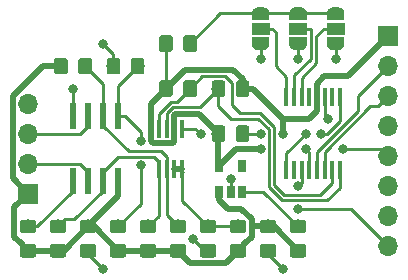
<source format=gtl>
G04 #@! TF.GenerationSoftware,KiCad,Pcbnew,(5.1.4)-1*
G04 #@! TF.CreationDate,2020-05-30T22:46:28-05:00*
G04 #@! TF.ProjectId,TrackballMod,54726163-6b62-4616-9c6c-4d6f642e6b69,rev?*
G04 #@! TF.SameCoordinates,Original*
G04 #@! TF.FileFunction,Copper,L1,Top*
G04 #@! TF.FilePolarity,Positive*
%FSLAX46Y46*%
G04 Gerber Fmt 4.6, Leading zero omitted, Abs format (unit mm)*
G04 Created by KiCad (PCBNEW (5.1.4)-1) date 2020-05-30 22:46:28*
%MOMM*%
%LPD*%
G04 APERTURE LIST*
%ADD10C,0.100000*%
%ADD11C,1.150000*%
%ADD12O,1.700000X1.700000*%
%ADD13R,1.700000X1.700000*%
%ADD14R,0.350000X1.600000*%
%ADD15R,0.350000X1.550000*%
%ADD16R,0.650000X1.060000*%
%ADD17R,0.600000X2.200000*%
%ADD18R,1.500000X1.000000*%
%ADD19C,0.500000*%
%ADD20C,0.800000*%
%ADD21C,0.250000*%
%ADD22C,0.500000*%
G04 APERTURE END LIST*
D10*
G36*
X102974505Y-56451204D02*
G01*
X102998773Y-56454804D01*
X103022572Y-56460765D01*
X103045671Y-56469030D01*
X103067850Y-56479520D01*
X103088893Y-56492132D01*
X103108599Y-56506747D01*
X103126777Y-56523223D01*
X103143253Y-56541401D01*
X103157868Y-56561107D01*
X103170480Y-56582150D01*
X103180970Y-56604329D01*
X103189235Y-56627428D01*
X103195196Y-56651227D01*
X103198796Y-56675495D01*
X103200000Y-56699999D01*
X103200000Y-57600001D01*
X103198796Y-57624505D01*
X103195196Y-57648773D01*
X103189235Y-57672572D01*
X103180970Y-57695671D01*
X103170480Y-57717850D01*
X103157868Y-57738893D01*
X103143253Y-57758599D01*
X103126777Y-57776777D01*
X103108599Y-57793253D01*
X103088893Y-57807868D01*
X103067850Y-57820480D01*
X103045671Y-57830970D01*
X103022572Y-57839235D01*
X102998773Y-57845196D01*
X102974505Y-57848796D01*
X102950001Y-57850000D01*
X102299999Y-57850000D01*
X102275495Y-57848796D01*
X102251227Y-57845196D01*
X102227428Y-57839235D01*
X102204329Y-57830970D01*
X102182150Y-57820480D01*
X102161107Y-57807868D01*
X102141401Y-57793253D01*
X102123223Y-57776777D01*
X102106747Y-57758599D01*
X102092132Y-57738893D01*
X102079520Y-57717850D01*
X102069030Y-57695671D01*
X102060765Y-57672572D01*
X102054804Y-57648773D01*
X102051204Y-57624505D01*
X102050000Y-57600001D01*
X102050000Y-56699999D01*
X102051204Y-56675495D01*
X102054804Y-56651227D01*
X102060765Y-56627428D01*
X102069030Y-56604329D01*
X102079520Y-56582150D01*
X102092132Y-56561107D01*
X102106747Y-56541401D01*
X102123223Y-56523223D01*
X102141401Y-56506747D01*
X102161107Y-56492132D01*
X102182150Y-56479520D01*
X102204329Y-56469030D01*
X102227428Y-56460765D01*
X102251227Y-56454804D01*
X102275495Y-56451204D01*
X102299999Y-56450000D01*
X102950001Y-56450000D01*
X102974505Y-56451204D01*
X102974505Y-56451204D01*
G37*
D11*
X102625000Y-57150000D03*
D10*
G36*
X100924505Y-56451204D02*
G01*
X100948773Y-56454804D01*
X100972572Y-56460765D01*
X100995671Y-56469030D01*
X101017850Y-56479520D01*
X101038893Y-56492132D01*
X101058599Y-56506747D01*
X101076777Y-56523223D01*
X101093253Y-56541401D01*
X101107868Y-56561107D01*
X101120480Y-56582150D01*
X101130970Y-56604329D01*
X101139235Y-56627428D01*
X101145196Y-56651227D01*
X101148796Y-56675495D01*
X101150000Y-56699999D01*
X101150000Y-57600001D01*
X101148796Y-57624505D01*
X101145196Y-57648773D01*
X101139235Y-57672572D01*
X101130970Y-57695671D01*
X101120480Y-57717850D01*
X101107868Y-57738893D01*
X101093253Y-57758599D01*
X101076777Y-57776777D01*
X101058599Y-57793253D01*
X101038893Y-57807868D01*
X101017850Y-57820480D01*
X100995671Y-57830970D01*
X100972572Y-57839235D01*
X100948773Y-57845196D01*
X100924505Y-57848796D01*
X100900001Y-57850000D01*
X100249999Y-57850000D01*
X100225495Y-57848796D01*
X100201227Y-57845196D01*
X100177428Y-57839235D01*
X100154329Y-57830970D01*
X100132150Y-57820480D01*
X100111107Y-57807868D01*
X100091401Y-57793253D01*
X100073223Y-57776777D01*
X100056747Y-57758599D01*
X100042132Y-57738893D01*
X100029520Y-57717850D01*
X100019030Y-57695671D01*
X100010765Y-57672572D01*
X100004804Y-57648773D01*
X100001204Y-57624505D01*
X100000000Y-57600001D01*
X100000000Y-56699999D01*
X100001204Y-56675495D01*
X100004804Y-56651227D01*
X100010765Y-56627428D01*
X100019030Y-56604329D01*
X100029520Y-56582150D01*
X100042132Y-56561107D01*
X100056747Y-56541401D01*
X100073223Y-56523223D01*
X100091401Y-56506747D01*
X100111107Y-56492132D01*
X100132150Y-56479520D01*
X100154329Y-56469030D01*
X100177428Y-56460765D01*
X100201227Y-56454804D01*
X100225495Y-56451204D01*
X100249999Y-56450000D01*
X100900001Y-56450000D01*
X100924505Y-56451204D01*
X100924505Y-56451204D01*
G37*
D11*
X100575000Y-57150000D03*
D10*
G36*
X100924505Y-52641204D02*
G01*
X100948773Y-52644804D01*
X100972572Y-52650765D01*
X100995671Y-52659030D01*
X101017850Y-52669520D01*
X101038893Y-52682132D01*
X101058599Y-52696747D01*
X101076777Y-52713223D01*
X101093253Y-52731401D01*
X101107868Y-52751107D01*
X101120480Y-52772150D01*
X101130970Y-52794329D01*
X101139235Y-52817428D01*
X101145196Y-52841227D01*
X101148796Y-52865495D01*
X101150000Y-52889999D01*
X101150000Y-53790001D01*
X101148796Y-53814505D01*
X101145196Y-53838773D01*
X101139235Y-53862572D01*
X101130970Y-53885671D01*
X101120480Y-53907850D01*
X101107868Y-53928893D01*
X101093253Y-53948599D01*
X101076777Y-53966777D01*
X101058599Y-53983253D01*
X101038893Y-53997868D01*
X101017850Y-54010480D01*
X100995671Y-54020970D01*
X100972572Y-54029235D01*
X100948773Y-54035196D01*
X100924505Y-54038796D01*
X100900001Y-54040000D01*
X100249999Y-54040000D01*
X100225495Y-54038796D01*
X100201227Y-54035196D01*
X100177428Y-54029235D01*
X100154329Y-54020970D01*
X100132150Y-54010480D01*
X100111107Y-53997868D01*
X100091401Y-53983253D01*
X100073223Y-53966777D01*
X100056747Y-53948599D01*
X100042132Y-53928893D01*
X100029520Y-53907850D01*
X100019030Y-53885671D01*
X100010765Y-53862572D01*
X100004804Y-53838773D01*
X100001204Y-53814505D01*
X100000000Y-53790001D01*
X100000000Y-52889999D01*
X100001204Y-52865495D01*
X100004804Y-52841227D01*
X100010765Y-52817428D01*
X100019030Y-52794329D01*
X100029520Y-52772150D01*
X100042132Y-52751107D01*
X100056747Y-52731401D01*
X100073223Y-52713223D01*
X100091401Y-52696747D01*
X100111107Y-52682132D01*
X100132150Y-52669520D01*
X100154329Y-52659030D01*
X100177428Y-52650765D01*
X100201227Y-52644804D01*
X100225495Y-52641204D01*
X100249999Y-52640000D01*
X100900001Y-52640000D01*
X100924505Y-52641204D01*
X100924505Y-52641204D01*
G37*
D11*
X100575000Y-53340000D03*
D10*
G36*
X102974505Y-52641204D02*
G01*
X102998773Y-52644804D01*
X103022572Y-52650765D01*
X103045671Y-52659030D01*
X103067850Y-52669520D01*
X103088893Y-52682132D01*
X103108599Y-52696747D01*
X103126777Y-52713223D01*
X103143253Y-52731401D01*
X103157868Y-52751107D01*
X103170480Y-52772150D01*
X103180970Y-52794329D01*
X103189235Y-52817428D01*
X103195196Y-52841227D01*
X103198796Y-52865495D01*
X103200000Y-52889999D01*
X103200000Y-53790001D01*
X103198796Y-53814505D01*
X103195196Y-53838773D01*
X103189235Y-53862572D01*
X103180970Y-53885671D01*
X103170480Y-53907850D01*
X103157868Y-53928893D01*
X103143253Y-53948599D01*
X103126777Y-53966777D01*
X103108599Y-53983253D01*
X103088893Y-53997868D01*
X103067850Y-54010480D01*
X103045671Y-54020970D01*
X103022572Y-54029235D01*
X102998773Y-54035196D01*
X102974505Y-54038796D01*
X102950001Y-54040000D01*
X102299999Y-54040000D01*
X102275495Y-54038796D01*
X102251227Y-54035196D01*
X102227428Y-54029235D01*
X102204329Y-54020970D01*
X102182150Y-54010480D01*
X102161107Y-53997868D01*
X102141401Y-53983253D01*
X102123223Y-53966777D01*
X102106747Y-53948599D01*
X102092132Y-53928893D01*
X102079520Y-53907850D01*
X102069030Y-53885671D01*
X102060765Y-53862572D01*
X102054804Y-53838773D01*
X102051204Y-53814505D01*
X102050000Y-53790001D01*
X102050000Y-52889999D01*
X102051204Y-52865495D01*
X102054804Y-52841227D01*
X102060765Y-52817428D01*
X102069030Y-52794329D01*
X102079520Y-52772150D01*
X102092132Y-52751107D01*
X102106747Y-52731401D01*
X102123223Y-52713223D01*
X102141401Y-52696747D01*
X102161107Y-52682132D01*
X102182150Y-52669520D01*
X102204329Y-52659030D01*
X102227428Y-52650765D01*
X102251227Y-52644804D01*
X102275495Y-52641204D01*
X102299999Y-52640000D01*
X102950001Y-52640000D01*
X102974505Y-52641204D01*
X102974505Y-52641204D01*
G37*
D11*
X102625000Y-53340000D03*
D10*
G36*
X112234505Y-70301204D02*
G01*
X112258773Y-70304804D01*
X112282572Y-70310765D01*
X112305671Y-70319030D01*
X112327850Y-70329520D01*
X112348893Y-70342132D01*
X112368599Y-70356747D01*
X112386777Y-70373223D01*
X112403253Y-70391401D01*
X112417868Y-70411107D01*
X112430480Y-70432150D01*
X112440970Y-70454329D01*
X112449235Y-70477428D01*
X112455196Y-70501227D01*
X112458796Y-70525495D01*
X112460000Y-70549999D01*
X112460000Y-71200001D01*
X112458796Y-71224505D01*
X112455196Y-71248773D01*
X112449235Y-71272572D01*
X112440970Y-71295671D01*
X112430480Y-71317850D01*
X112417868Y-71338893D01*
X112403253Y-71358599D01*
X112386777Y-71376777D01*
X112368599Y-71393253D01*
X112348893Y-71407868D01*
X112327850Y-71420480D01*
X112305671Y-71430970D01*
X112282572Y-71439235D01*
X112258773Y-71445196D01*
X112234505Y-71448796D01*
X112210001Y-71450000D01*
X111309999Y-71450000D01*
X111285495Y-71448796D01*
X111261227Y-71445196D01*
X111237428Y-71439235D01*
X111214329Y-71430970D01*
X111192150Y-71420480D01*
X111171107Y-71407868D01*
X111151401Y-71393253D01*
X111133223Y-71376777D01*
X111116747Y-71358599D01*
X111102132Y-71338893D01*
X111089520Y-71317850D01*
X111079030Y-71295671D01*
X111070765Y-71272572D01*
X111064804Y-71248773D01*
X111061204Y-71224505D01*
X111060000Y-71200001D01*
X111060000Y-70549999D01*
X111061204Y-70525495D01*
X111064804Y-70501227D01*
X111070765Y-70477428D01*
X111079030Y-70454329D01*
X111089520Y-70432150D01*
X111102132Y-70411107D01*
X111116747Y-70391401D01*
X111133223Y-70373223D01*
X111151401Y-70356747D01*
X111171107Y-70342132D01*
X111192150Y-70329520D01*
X111214329Y-70319030D01*
X111237428Y-70310765D01*
X111261227Y-70304804D01*
X111285495Y-70301204D01*
X111309999Y-70300000D01*
X112210001Y-70300000D01*
X112234505Y-70301204D01*
X112234505Y-70301204D01*
G37*
D11*
X111760000Y-70875000D03*
D10*
G36*
X112234505Y-68251204D02*
G01*
X112258773Y-68254804D01*
X112282572Y-68260765D01*
X112305671Y-68269030D01*
X112327850Y-68279520D01*
X112348893Y-68292132D01*
X112368599Y-68306747D01*
X112386777Y-68323223D01*
X112403253Y-68341401D01*
X112417868Y-68361107D01*
X112430480Y-68382150D01*
X112440970Y-68404329D01*
X112449235Y-68427428D01*
X112455196Y-68451227D01*
X112458796Y-68475495D01*
X112460000Y-68499999D01*
X112460000Y-69150001D01*
X112458796Y-69174505D01*
X112455196Y-69198773D01*
X112449235Y-69222572D01*
X112440970Y-69245671D01*
X112430480Y-69267850D01*
X112417868Y-69288893D01*
X112403253Y-69308599D01*
X112386777Y-69326777D01*
X112368599Y-69343253D01*
X112348893Y-69357868D01*
X112327850Y-69370480D01*
X112305671Y-69380970D01*
X112282572Y-69389235D01*
X112258773Y-69395196D01*
X112234505Y-69398796D01*
X112210001Y-69400000D01*
X111309999Y-69400000D01*
X111285495Y-69398796D01*
X111261227Y-69395196D01*
X111237428Y-69389235D01*
X111214329Y-69380970D01*
X111192150Y-69370480D01*
X111171107Y-69357868D01*
X111151401Y-69343253D01*
X111133223Y-69326777D01*
X111116747Y-69308599D01*
X111102132Y-69288893D01*
X111089520Y-69267850D01*
X111079030Y-69245671D01*
X111070765Y-69222572D01*
X111064804Y-69198773D01*
X111061204Y-69174505D01*
X111060000Y-69150001D01*
X111060000Y-68499999D01*
X111061204Y-68475495D01*
X111064804Y-68451227D01*
X111070765Y-68427428D01*
X111079030Y-68404329D01*
X111089520Y-68382150D01*
X111102132Y-68361107D01*
X111116747Y-68341401D01*
X111133223Y-68323223D01*
X111151401Y-68306747D01*
X111171107Y-68292132D01*
X111192150Y-68279520D01*
X111214329Y-68269030D01*
X111237428Y-68260765D01*
X111261227Y-68254804D01*
X111285495Y-68251204D01*
X111309999Y-68250000D01*
X112210001Y-68250000D01*
X112234505Y-68251204D01*
X112234505Y-68251204D01*
G37*
D11*
X111760000Y-68825000D03*
D10*
G36*
X107154505Y-68251204D02*
G01*
X107178773Y-68254804D01*
X107202572Y-68260765D01*
X107225671Y-68269030D01*
X107247850Y-68279520D01*
X107268893Y-68292132D01*
X107288599Y-68306747D01*
X107306777Y-68323223D01*
X107323253Y-68341401D01*
X107337868Y-68361107D01*
X107350480Y-68382150D01*
X107360970Y-68404329D01*
X107369235Y-68427428D01*
X107375196Y-68451227D01*
X107378796Y-68475495D01*
X107380000Y-68499999D01*
X107380000Y-69150001D01*
X107378796Y-69174505D01*
X107375196Y-69198773D01*
X107369235Y-69222572D01*
X107360970Y-69245671D01*
X107350480Y-69267850D01*
X107337868Y-69288893D01*
X107323253Y-69308599D01*
X107306777Y-69326777D01*
X107288599Y-69343253D01*
X107268893Y-69357868D01*
X107247850Y-69370480D01*
X107225671Y-69380970D01*
X107202572Y-69389235D01*
X107178773Y-69395196D01*
X107154505Y-69398796D01*
X107130001Y-69400000D01*
X106229999Y-69400000D01*
X106205495Y-69398796D01*
X106181227Y-69395196D01*
X106157428Y-69389235D01*
X106134329Y-69380970D01*
X106112150Y-69370480D01*
X106091107Y-69357868D01*
X106071401Y-69343253D01*
X106053223Y-69326777D01*
X106036747Y-69308599D01*
X106022132Y-69288893D01*
X106009520Y-69267850D01*
X105999030Y-69245671D01*
X105990765Y-69222572D01*
X105984804Y-69198773D01*
X105981204Y-69174505D01*
X105980000Y-69150001D01*
X105980000Y-68499999D01*
X105981204Y-68475495D01*
X105984804Y-68451227D01*
X105990765Y-68427428D01*
X105999030Y-68404329D01*
X106009520Y-68382150D01*
X106022132Y-68361107D01*
X106036747Y-68341401D01*
X106053223Y-68323223D01*
X106071401Y-68306747D01*
X106091107Y-68292132D01*
X106112150Y-68279520D01*
X106134329Y-68269030D01*
X106157428Y-68260765D01*
X106181227Y-68254804D01*
X106205495Y-68251204D01*
X106229999Y-68250000D01*
X107130001Y-68250000D01*
X107154505Y-68251204D01*
X107154505Y-68251204D01*
G37*
D11*
X106680000Y-68825000D03*
D10*
G36*
X107154505Y-70301204D02*
G01*
X107178773Y-70304804D01*
X107202572Y-70310765D01*
X107225671Y-70319030D01*
X107247850Y-70329520D01*
X107268893Y-70342132D01*
X107288599Y-70356747D01*
X107306777Y-70373223D01*
X107323253Y-70391401D01*
X107337868Y-70411107D01*
X107350480Y-70432150D01*
X107360970Y-70454329D01*
X107369235Y-70477428D01*
X107375196Y-70501227D01*
X107378796Y-70525495D01*
X107380000Y-70549999D01*
X107380000Y-71200001D01*
X107378796Y-71224505D01*
X107375196Y-71248773D01*
X107369235Y-71272572D01*
X107360970Y-71295671D01*
X107350480Y-71317850D01*
X107337868Y-71338893D01*
X107323253Y-71358599D01*
X107306777Y-71376777D01*
X107288599Y-71393253D01*
X107268893Y-71407868D01*
X107247850Y-71420480D01*
X107225671Y-71430970D01*
X107202572Y-71439235D01*
X107178773Y-71445196D01*
X107154505Y-71448796D01*
X107130001Y-71450000D01*
X106229999Y-71450000D01*
X106205495Y-71448796D01*
X106181227Y-71445196D01*
X106157428Y-71439235D01*
X106134329Y-71430970D01*
X106112150Y-71420480D01*
X106091107Y-71407868D01*
X106071401Y-71393253D01*
X106053223Y-71376777D01*
X106036747Y-71358599D01*
X106022132Y-71338893D01*
X106009520Y-71317850D01*
X105999030Y-71295671D01*
X105990765Y-71272572D01*
X105984804Y-71248773D01*
X105981204Y-71224505D01*
X105980000Y-71200001D01*
X105980000Y-70549999D01*
X105981204Y-70525495D01*
X105984804Y-70501227D01*
X105990765Y-70477428D01*
X105999030Y-70454329D01*
X106009520Y-70432150D01*
X106022132Y-70411107D01*
X106036747Y-70391401D01*
X106053223Y-70373223D01*
X106071401Y-70356747D01*
X106091107Y-70342132D01*
X106112150Y-70329520D01*
X106134329Y-70319030D01*
X106157428Y-70310765D01*
X106181227Y-70304804D01*
X106205495Y-70301204D01*
X106229999Y-70300000D01*
X107130001Y-70300000D01*
X107154505Y-70301204D01*
X107154505Y-70301204D01*
G37*
D11*
X106680000Y-70875000D03*
D12*
X88900000Y-58420000D03*
X88900000Y-60960000D03*
X88900000Y-63500000D03*
D13*
X88900000Y-66040000D03*
D14*
X115305000Y-64060000D03*
X115305000Y-57860000D03*
X114655000Y-64060000D03*
X114655000Y-57860000D03*
X114005000Y-64060000D03*
X114005000Y-57860000D03*
X113355000Y-64060000D03*
X113355000Y-57860000D03*
X112705000Y-64060000D03*
X112705000Y-57860000D03*
X112055000Y-64060000D03*
X112055000Y-57860000D03*
X111405000Y-64060000D03*
X111405000Y-57860000D03*
X110755000Y-64060000D03*
X110755000Y-57860000D03*
D15*
X99990000Y-60530000D03*
X99990000Y-63930000D03*
X100640000Y-60530000D03*
X100640000Y-63930000D03*
X101290000Y-60530000D03*
X101290000Y-63930000D03*
X101940000Y-60530000D03*
X101940000Y-63930000D03*
D16*
X105095000Y-63670000D03*
X106995000Y-63670000D03*
X106995000Y-65870000D03*
X106045000Y-65870000D03*
X105095000Y-65870000D03*
D17*
X92710000Y-59480000D03*
X92710000Y-64980000D03*
X93980000Y-59480000D03*
X93980000Y-64980000D03*
X95250000Y-59480000D03*
X95250000Y-64980000D03*
X96520000Y-59480000D03*
X96520000Y-64980000D03*
D10*
G36*
X96994505Y-68251204D02*
G01*
X97018773Y-68254804D01*
X97042572Y-68260765D01*
X97065671Y-68269030D01*
X97087850Y-68279520D01*
X97108893Y-68292132D01*
X97128599Y-68306747D01*
X97146777Y-68323223D01*
X97163253Y-68341401D01*
X97177868Y-68361107D01*
X97190480Y-68382150D01*
X97200970Y-68404329D01*
X97209235Y-68427428D01*
X97215196Y-68451227D01*
X97218796Y-68475495D01*
X97220000Y-68499999D01*
X97220000Y-69150001D01*
X97218796Y-69174505D01*
X97215196Y-69198773D01*
X97209235Y-69222572D01*
X97200970Y-69245671D01*
X97190480Y-69267850D01*
X97177868Y-69288893D01*
X97163253Y-69308599D01*
X97146777Y-69326777D01*
X97128599Y-69343253D01*
X97108893Y-69357868D01*
X97087850Y-69370480D01*
X97065671Y-69380970D01*
X97042572Y-69389235D01*
X97018773Y-69395196D01*
X96994505Y-69398796D01*
X96970001Y-69400000D01*
X96069999Y-69400000D01*
X96045495Y-69398796D01*
X96021227Y-69395196D01*
X95997428Y-69389235D01*
X95974329Y-69380970D01*
X95952150Y-69370480D01*
X95931107Y-69357868D01*
X95911401Y-69343253D01*
X95893223Y-69326777D01*
X95876747Y-69308599D01*
X95862132Y-69288893D01*
X95849520Y-69267850D01*
X95839030Y-69245671D01*
X95830765Y-69222572D01*
X95824804Y-69198773D01*
X95821204Y-69174505D01*
X95820000Y-69150001D01*
X95820000Y-68499999D01*
X95821204Y-68475495D01*
X95824804Y-68451227D01*
X95830765Y-68427428D01*
X95839030Y-68404329D01*
X95849520Y-68382150D01*
X95862132Y-68361107D01*
X95876747Y-68341401D01*
X95893223Y-68323223D01*
X95911401Y-68306747D01*
X95931107Y-68292132D01*
X95952150Y-68279520D01*
X95974329Y-68269030D01*
X95997428Y-68260765D01*
X96021227Y-68254804D01*
X96045495Y-68251204D01*
X96069999Y-68250000D01*
X96970001Y-68250000D01*
X96994505Y-68251204D01*
X96994505Y-68251204D01*
G37*
D11*
X96520000Y-68825000D03*
D10*
G36*
X96994505Y-70301204D02*
G01*
X97018773Y-70304804D01*
X97042572Y-70310765D01*
X97065671Y-70319030D01*
X97087850Y-70329520D01*
X97108893Y-70342132D01*
X97128599Y-70356747D01*
X97146777Y-70373223D01*
X97163253Y-70391401D01*
X97177868Y-70411107D01*
X97190480Y-70432150D01*
X97200970Y-70454329D01*
X97209235Y-70477428D01*
X97215196Y-70501227D01*
X97218796Y-70525495D01*
X97220000Y-70549999D01*
X97220000Y-71200001D01*
X97218796Y-71224505D01*
X97215196Y-71248773D01*
X97209235Y-71272572D01*
X97200970Y-71295671D01*
X97190480Y-71317850D01*
X97177868Y-71338893D01*
X97163253Y-71358599D01*
X97146777Y-71376777D01*
X97128599Y-71393253D01*
X97108893Y-71407868D01*
X97087850Y-71420480D01*
X97065671Y-71430970D01*
X97042572Y-71439235D01*
X97018773Y-71445196D01*
X96994505Y-71448796D01*
X96970001Y-71450000D01*
X96069999Y-71450000D01*
X96045495Y-71448796D01*
X96021227Y-71445196D01*
X95997428Y-71439235D01*
X95974329Y-71430970D01*
X95952150Y-71420480D01*
X95931107Y-71407868D01*
X95911401Y-71393253D01*
X95893223Y-71376777D01*
X95876747Y-71358599D01*
X95862132Y-71338893D01*
X95849520Y-71317850D01*
X95839030Y-71295671D01*
X95830765Y-71272572D01*
X95824804Y-71248773D01*
X95821204Y-71224505D01*
X95820000Y-71200001D01*
X95820000Y-70549999D01*
X95821204Y-70525495D01*
X95824804Y-70501227D01*
X95830765Y-70477428D01*
X95839030Y-70454329D01*
X95849520Y-70432150D01*
X95862132Y-70411107D01*
X95876747Y-70391401D01*
X95893223Y-70373223D01*
X95911401Y-70356747D01*
X95931107Y-70342132D01*
X95952150Y-70329520D01*
X95974329Y-70319030D01*
X95997428Y-70310765D01*
X96021227Y-70304804D01*
X96045495Y-70301204D01*
X96069999Y-70300000D01*
X96970001Y-70300000D01*
X96994505Y-70301204D01*
X96994505Y-70301204D01*
G37*
D11*
X96520000Y-70875000D03*
D10*
G36*
X89374505Y-68251204D02*
G01*
X89398773Y-68254804D01*
X89422572Y-68260765D01*
X89445671Y-68269030D01*
X89467850Y-68279520D01*
X89488893Y-68292132D01*
X89508599Y-68306747D01*
X89526777Y-68323223D01*
X89543253Y-68341401D01*
X89557868Y-68361107D01*
X89570480Y-68382150D01*
X89580970Y-68404329D01*
X89589235Y-68427428D01*
X89595196Y-68451227D01*
X89598796Y-68475495D01*
X89600000Y-68499999D01*
X89600000Y-69150001D01*
X89598796Y-69174505D01*
X89595196Y-69198773D01*
X89589235Y-69222572D01*
X89580970Y-69245671D01*
X89570480Y-69267850D01*
X89557868Y-69288893D01*
X89543253Y-69308599D01*
X89526777Y-69326777D01*
X89508599Y-69343253D01*
X89488893Y-69357868D01*
X89467850Y-69370480D01*
X89445671Y-69380970D01*
X89422572Y-69389235D01*
X89398773Y-69395196D01*
X89374505Y-69398796D01*
X89350001Y-69400000D01*
X88449999Y-69400000D01*
X88425495Y-69398796D01*
X88401227Y-69395196D01*
X88377428Y-69389235D01*
X88354329Y-69380970D01*
X88332150Y-69370480D01*
X88311107Y-69357868D01*
X88291401Y-69343253D01*
X88273223Y-69326777D01*
X88256747Y-69308599D01*
X88242132Y-69288893D01*
X88229520Y-69267850D01*
X88219030Y-69245671D01*
X88210765Y-69222572D01*
X88204804Y-69198773D01*
X88201204Y-69174505D01*
X88200000Y-69150001D01*
X88200000Y-68499999D01*
X88201204Y-68475495D01*
X88204804Y-68451227D01*
X88210765Y-68427428D01*
X88219030Y-68404329D01*
X88229520Y-68382150D01*
X88242132Y-68361107D01*
X88256747Y-68341401D01*
X88273223Y-68323223D01*
X88291401Y-68306747D01*
X88311107Y-68292132D01*
X88332150Y-68279520D01*
X88354329Y-68269030D01*
X88377428Y-68260765D01*
X88401227Y-68254804D01*
X88425495Y-68251204D01*
X88449999Y-68250000D01*
X89350001Y-68250000D01*
X89374505Y-68251204D01*
X89374505Y-68251204D01*
G37*
D11*
X88900000Y-68825000D03*
D10*
G36*
X89374505Y-70301204D02*
G01*
X89398773Y-70304804D01*
X89422572Y-70310765D01*
X89445671Y-70319030D01*
X89467850Y-70329520D01*
X89488893Y-70342132D01*
X89508599Y-70356747D01*
X89526777Y-70373223D01*
X89543253Y-70391401D01*
X89557868Y-70411107D01*
X89570480Y-70432150D01*
X89580970Y-70454329D01*
X89589235Y-70477428D01*
X89595196Y-70501227D01*
X89598796Y-70525495D01*
X89600000Y-70549999D01*
X89600000Y-71200001D01*
X89598796Y-71224505D01*
X89595196Y-71248773D01*
X89589235Y-71272572D01*
X89580970Y-71295671D01*
X89570480Y-71317850D01*
X89557868Y-71338893D01*
X89543253Y-71358599D01*
X89526777Y-71376777D01*
X89508599Y-71393253D01*
X89488893Y-71407868D01*
X89467850Y-71420480D01*
X89445671Y-71430970D01*
X89422572Y-71439235D01*
X89398773Y-71445196D01*
X89374505Y-71448796D01*
X89350001Y-71450000D01*
X88449999Y-71450000D01*
X88425495Y-71448796D01*
X88401227Y-71445196D01*
X88377428Y-71439235D01*
X88354329Y-71430970D01*
X88332150Y-71420480D01*
X88311107Y-71407868D01*
X88291401Y-71393253D01*
X88273223Y-71376777D01*
X88256747Y-71358599D01*
X88242132Y-71338893D01*
X88229520Y-71317850D01*
X88219030Y-71295671D01*
X88210765Y-71272572D01*
X88204804Y-71248773D01*
X88201204Y-71224505D01*
X88200000Y-71200001D01*
X88200000Y-70549999D01*
X88201204Y-70525495D01*
X88204804Y-70501227D01*
X88210765Y-70477428D01*
X88219030Y-70454329D01*
X88229520Y-70432150D01*
X88242132Y-70411107D01*
X88256747Y-70391401D01*
X88273223Y-70373223D01*
X88291401Y-70356747D01*
X88311107Y-70342132D01*
X88332150Y-70329520D01*
X88354329Y-70319030D01*
X88377428Y-70310765D01*
X88401227Y-70304804D01*
X88425495Y-70301204D01*
X88449999Y-70300000D01*
X89350001Y-70300000D01*
X89374505Y-70301204D01*
X89374505Y-70301204D01*
G37*
D11*
X88900000Y-70875000D03*
D10*
G36*
X102074505Y-68251204D02*
G01*
X102098773Y-68254804D01*
X102122572Y-68260765D01*
X102145671Y-68269030D01*
X102167850Y-68279520D01*
X102188893Y-68292132D01*
X102208599Y-68306747D01*
X102226777Y-68323223D01*
X102243253Y-68341401D01*
X102257868Y-68361107D01*
X102270480Y-68382150D01*
X102280970Y-68404329D01*
X102289235Y-68427428D01*
X102295196Y-68451227D01*
X102298796Y-68475495D01*
X102300000Y-68499999D01*
X102300000Y-69150001D01*
X102298796Y-69174505D01*
X102295196Y-69198773D01*
X102289235Y-69222572D01*
X102280970Y-69245671D01*
X102270480Y-69267850D01*
X102257868Y-69288893D01*
X102243253Y-69308599D01*
X102226777Y-69326777D01*
X102208599Y-69343253D01*
X102188893Y-69357868D01*
X102167850Y-69370480D01*
X102145671Y-69380970D01*
X102122572Y-69389235D01*
X102098773Y-69395196D01*
X102074505Y-69398796D01*
X102050001Y-69400000D01*
X101149999Y-69400000D01*
X101125495Y-69398796D01*
X101101227Y-69395196D01*
X101077428Y-69389235D01*
X101054329Y-69380970D01*
X101032150Y-69370480D01*
X101011107Y-69357868D01*
X100991401Y-69343253D01*
X100973223Y-69326777D01*
X100956747Y-69308599D01*
X100942132Y-69288893D01*
X100929520Y-69267850D01*
X100919030Y-69245671D01*
X100910765Y-69222572D01*
X100904804Y-69198773D01*
X100901204Y-69174505D01*
X100900000Y-69150001D01*
X100900000Y-68499999D01*
X100901204Y-68475495D01*
X100904804Y-68451227D01*
X100910765Y-68427428D01*
X100919030Y-68404329D01*
X100929520Y-68382150D01*
X100942132Y-68361107D01*
X100956747Y-68341401D01*
X100973223Y-68323223D01*
X100991401Y-68306747D01*
X101011107Y-68292132D01*
X101032150Y-68279520D01*
X101054329Y-68269030D01*
X101077428Y-68260765D01*
X101101227Y-68254804D01*
X101125495Y-68251204D01*
X101149999Y-68250000D01*
X102050001Y-68250000D01*
X102074505Y-68251204D01*
X102074505Y-68251204D01*
G37*
D11*
X101600000Y-68825000D03*
D10*
G36*
X102074505Y-70301204D02*
G01*
X102098773Y-70304804D01*
X102122572Y-70310765D01*
X102145671Y-70319030D01*
X102167850Y-70329520D01*
X102188893Y-70342132D01*
X102208599Y-70356747D01*
X102226777Y-70373223D01*
X102243253Y-70391401D01*
X102257868Y-70411107D01*
X102270480Y-70432150D01*
X102280970Y-70454329D01*
X102289235Y-70477428D01*
X102295196Y-70501227D01*
X102298796Y-70525495D01*
X102300000Y-70549999D01*
X102300000Y-71200001D01*
X102298796Y-71224505D01*
X102295196Y-71248773D01*
X102289235Y-71272572D01*
X102280970Y-71295671D01*
X102270480Y-71317850D01*
X102257868Y-71338893D01*
X102243253Y-71358599D01*
X102226777Y-71376777D01*
X102208599Y-71393253D01*
X102188893Y-71407868D01*
X102167850Y-71420480D01*
X102145671Y-71430970D01*
X102122572Y-71439235D01*
X102098773Y-71445196D01*
X102074505Y-71448796D01*
X102050001Y-71450000D01*
X101149999Y-71450000D01*
X101125495Y-71448796D01*
X101101227Y-71445196D01*
X101077428Y-71439235D01*
X101054329Y-71430970D01*
X101032150Y-71420480D01*
X101011107Y-71407868D01*
X100991401Y-71393253D01*
X100973223Y-71376777D01*
X100956747Y-71358599D01*
X100942132Y-71338893D01*
X100929520Y-71317850D01*
X100919030Y-71295671D01*
X100910765Y-71272572D01*
X100904804Y-71248773D01*
X100901204Y-71224505D01*
X100900000Y-71200001D01*
X100900000Y-70549999D01*
X100901204Y-70525495D01*
X100904804Y-70501227D01*
X100910765Y-70477428D01*
X100919030Y-70454329D01*
X100929520Y-70432150D01*
X100942132Y-70411107D01*
X100956747Y-70391401D01*
X100973223Y-70373223D01*
X100991401Y-70356747D01*
X101011107Y-70342132D01*
X101032150Y-70329520D01*
X101054329Y-70319030D01*
X101077428Y-70310765D01*
X101101227Y-70304804D01*
X101125495Y-70301204D01*
X101149999Y-70300000D01*
X102050001Y-70300000D01*
X102074505Y-70301204D01*
X102074505Y-70301204D01*
G37*
D11*
X101600000Y-70875000D03*
D10*
G36*
X91914505Y-68251204D02*
G01*
X91938773Y-68254804D01*
X91962572Y-68260765D01*
X91985671Y-68269030D01*
X92007850Y-68279520D01*
X92028893Y-68292132D01*
X92048599Y-68306747D01*
X92066777Y-68323223D01*
X92083253Y-68341401D01*
X92097868Y-68361107D01*
X92110480Y-68382150D01*
X92120970Y-68404329D01*
X92129235Y-68427428D01*
X92135196Y-68451227D01*
X92138796Y-68475495D01*
X92140000Y-68499999D01*
X92140000Y-69150001D01*
X92138796Y-69174505D01*
X92135196Y-69198773D01*
X92129235Y-69222572D01*
X92120970Y-69245671D01*
X92110480Y-69267850D01*
X92097868Y-69288893D01*
X92083253Y-69308599D01*
X92066777Y-69326777D01*
X92048599Y-69343253D01*
X92028893Y-69357868D01*
X92007850Y-69370480D01*
X91985671Y-69380970D01*
X91962572Y-69389235D01*
X91938773Y-69395196D01*
X91914505Y-69398796D01*
X91890001Y-69400000D01*
X90989999Y-69400000D01*
X90965495Y-69398796D01*
X90941227Y-69395196D01*
X90917428Y-69389235D01*
X90894329Y-69380970D01*
X90872150Y-69370480D01*
X90851107Y-69357868D01*
X90831401Y-69343253D01*
X90813223Y-69326777D01*
X90796747Y-69308599D01*
X90782132Y-69288893D01*
X90769520Y-69267850D01*
X90759030Y-69245671D01*
X90750765Y-69222572D01*
X90744804Y-69198773D01*
X90741204Y-69174505D01*
X90740000Y-69150001D01*
X90740000Y-68499999D01*
X90741204Y-68475495D01*
X90744804Y-68451227D01*
X90750765Y-68427428D01*
X90759030Y-68404329D01*
X90769520Y-68382150D01*
X90782132Y-68361107D01*
X90796747Y-68341401D01*
X90813223Y-68323223D01*
X90831401Y-68306747D01*
X90851107Y-68292132D01*
X90872150Y-68279520D01*
X90894329Y-68269030D01*
X90917428Y-68260765D01*
X90941227Y-68254804D01*
X90965495Y-68251204D01*
X90989999Y-68250000D01*
X91890001Y-68250000D01*
X91914505Y-68251204D01*
X91914505Y-68251204D01*
G37*
D11*
X91440000Y-68825000D03*
D10*
G36*
X91914505Y-70301204D02*
G01*
X91938773Y-70304804D01*
X91962572Y-70310765D01*
X91985671Y-70319030D01*
X92007850Y-70329520D01*
X92028893Y-70342132D01*
X92048599Y-70356747D01*
X92066777Y-70373223D01*
X92083253Y-70391401D01*
X92097868Y-70411107D01*
X92110480Y-70432150D01*
X92120970Y-70454329D01*
X92129235Y-70477428D01*
X92135196Y-70501227D01*
X92138796Y-70525495D01*
X92140000Y-70549999D01*
X92140000Y-71200001D01*
X92138796Y-71224505D01*
X92135196Y-71248773D01*
X92129235Y-71272572D01*
X92120970Y-71295671D01*
X92110480Y-71317850D01*
X92097868Y-71338893D01*
X92083253Y-71358599D01*
X92066777Y-71376777D01*
X92048599Y-71393253D01*
X92028893Y-71407868D01*
X92007850Y-71420480D01*
X91985671Y-71430970D01*
X91962572Y-71439235D01*
X91938773Y-71445196D01*
X91914505Y-71448796D01*
X91890001Y-71450000D01*
X90989999Y-71450000D01*
X90965495Y-71448796D01*
X90941227Y-71445196D01*
X90917428Y-71439235D01*
X90894329Y-71430970D01*
X90872150Y-71420480D01*
X90851107Y-71407868D01*
X90831401Y-71393253D01*
X90813223Y-71376777D01*
X90796747Y-71358599D01*
X90782132Y-71338893D01*
X90769520Y-71317850D01*
X90759030Y-71295671D01*
X90750765Y-71272572D01*
X90744804Y-71248773D01*
X90741204Y-71224505D01*
X90740000Y-71200001D01*
X90740000Y-70549999D01*
X90741204Y-70525495D01*
X90744804Y-70501227D01*
X90750765Y-70477428D01*
X90759030Y-70454329D01*
X90769520Y-70432150D01*
X90782132Y-70411107D01*
X90796747Y-70391401D01*
X90813223Y-70373223D01*
X90831401Y-70356747D01*
X90851107Y-70342132D01*
X90872150Y-70329520D01*
X90894329Y-70319030D01*
X90917428Y-70310765D01*
X90941227Y-70304804D01*
X90965495Y-70301204D01*
X90989999Y-70300000D01*
X91890001Y-70300000D01*
X91914505Y-70301204D01*
X91914505Y-70301204D01*
G37*
D11*
X91440000Y-70875000D03*
D10*
G36*
X94084505Y-54546204D02*
G01*
X94108773Y-54549804D01*
X94132572Y-54555765D01*
X94155671Y-54564030D01*
X94177850Y-54574520D01*
X94198893Y-54587132D01*
X94218599Y-54601747D01*
X94236777Y-54618223D01*
X94253253Y-54636401D01*
X94267868Y-54656107D01*
X94280480Y-54677150D01*
X94290970Y-54699329D01*
X94299235Y-54722428D01*
X94305196Y-54746227D01*
X94308796Y-54770495D01*
X94310000Y-54794999D01*
X94310000Y-55695001D01*
X94308796Y-55719505D01*
X94305196Y-55743773D01*
X94299235Y-55767572D01*
X94290970Y-55790671D01*
X94280480Y-55812850D01*
X94267868Y-55833893D01*
X94253253Y-55853599D01*
X94236777Y-55871777D01*
X94218599Y-55888253D01*
X94198893Y-55902868D01*
X94177850Y-55915480D01*
X94155671Y-55925970D01*
X94132572Y-55934235D01*
X94108773Y-55940196D01*
X94084505Y-55943796D01*
X94060001Y-55945000D01*
X93409999Y-55945000D01*
X93385495Y-55943796D01*
X93361227Y-55940196D01*
X93337428Y-55934235D01*
X93314329Y-55925970D01*
X93292150Y-55915480D01*
X93271107Y-55902868D01*
X93251401Y-55888253D01*
X93233223Y-55871777D01*
X93216747Y-55853599D01*
X93202132Y-55833893D01*
X93189520Y-55812850D01*
X93179030Y-55790671D01*
X93170765Y-55767572D01*
X93164804Y-55743773D01*
X93161204Y-55719505D01*
X93160000Y-55695001D01*
X93160000Y-54794999D01*
X93161204Y-54770495D01*
X93164804Y-54746227D01*
X93170765Y-54722428D01*
X93179030Y-54699329D01*
X93189520Y-54677150D01*
X93202132Y-54656107D01*
X93216747Y-54636401D01*
X93233223Y-54618223D01*
X93251401Y-54601747D01*
X93271107Y-54587132D01*
X93292150Y-54574520D01*
X93314329Y-54564030D01*
X93337428Y-54555765D01*
X93361227Y-54549804D01*
X93385495Y-54546204D01*
X93409999Y-54545000D01*
X94060001Y-54545000D01*
X94084505Y-54546204D01*
X94084505Y-54546204D01*
G37*
D11*
X93735000Y-55245000D03*
D10*
G36*
X92034505Y-54546204D02*
G01*
X92058773Y-54549804D01*
X92082572Y-54555765D01*
X92105671Y-54564030D01*
X92127850Y-54574520D01*
X92148893Y-54587132D01*
X92168599Y-54601747D01*
X92186777Y-54618223D01*
X92203253Y-54636401D01*
X92217868Y-54656107D01*
X92230480Y-54677150D01*
X92240970Y-54699329D01*
X92249235Y-54722428D01*
X92255196Y-54746227D01*
X92258796Y-54770495D01*
X92260000Y-54794999D01*
X92260000Y-55695001D01*
X92258796Y-55719505D01*
X92255196Y-55743773D01*
X92249235Y-55767572D01*
X92240970Y-55790671D01*
X92230480Y-55812850D01*
X92217868Y-55833893D01*
X92203253Y-55853599D01*
X92186777Y-55871777D01*
X92168599Y-55888253D01*
X92148893Y-55902868D01*
X92127850Y-55915480D01*
X92105671Y-55925970D01*
X92082572Y-55934235D01*
X92058773Y-55940196D01*
X92034505Y-55943796D01*
X92010001Y-55945000D01*
X91359999Y-55945000D01*
X91335495Y-55943796D01*
X91311227Y-55940196D01*
X91287428Y-55934235D01*
X91264329Y-55925970D01*
X91242150Y-55915480D01*
X91221107Y-55902868D01*
X91201401Y-55888253D01*
X91183223Y-55871777D01*
X91166747Y-55853599D01*
X91152132Y-55833893D01*
X91139520Y-55812850D01*
X91129030Y-55790671D01*
X91120765Y-55767572D01*
X91114804Y-55743773D01*
X91111204Y-55719505D01*
X91110000Y-55695001D01*
X91110000Y-54794999D01*
X91111204Y-54770495D01*
X91114804Y-54746227D01*
X91120765Y-54722428D01*
X91129030Y-54699329D01*
X91139520Y-54677150D01*
X91152132Y-54656107D01*
X91166747Y-54636401D01*
X91183223Y-54618223D01*
X91201401Y-54601747D01*
X91221107Y-54587132D01*
X91242150Y-54574520D01*
X91264329Y-54564030D01*
X91287428Y-54555765D01*
X91311227Y-54549804D01*
X91335495Y-54546204D01*
X91359999Y-54545000D01*
X92010001Y-54545000D01*
X92034505Y-54546204D01*
X92034505Y-54546204D01*
G37*
D11*
X91685000Y-55245000D03*
D10*
G36*
X99534505Y-68251204D02*
G01*
X99558773Y-68254804D01*
X99582572Y-68260765D01*
X99605671Y-68269030D01*
X99627850Y-68279520D01*
X99648893Y-68292132D01*
X99668599Y-68306747D01*
X99686777Y-68323223D01*
X99703253Y-68341401D01*
X99717868Y-68361107D01*
X99730480Y-68382150D01*
X99740970Y-68404329D01*
X99749235Y-68427428D01*
X99755196Y-68451227D01*
X99758796Y-68475495D01*
X99760000Y-68499999D01*
X99760000Y-69150001D01*
X99758796Y-69174505D01*
X99755196Y-69198773D01*
X99749235Y-69222572D01*
X99740970Y-69245671D01*
X99730480Y-69267850D01*
X99717868Y-69288893D01*
X99703253Y-69308599D01*
X99686777Y-69326777D01*
X99668599Y-69343253D01*
X99648893Y-69357868D01*
X99627850Y-69370480D01*
X99605671Y-69380970D01*
X99582572Y-69389235D01*
X99558773Y-69395196D01*
X99534505Y-69398796D01*
X99510001Y-69400000D01*
X98609999Y-69400000D01*
X98585495Y-69398796D01*
X98561227Y-69395196D01*
X98537428Y-69389235D01*
X98514329Y-69380970D01*
X98492150Y-69370480D01*
X98471107Y-69357868D01*
X98451401Y-69343253D01*
X98433223Y-69326777D01*
X98416747Y-69308599D01*
X98402132Y-69288893D01*
X98389520Y-69267850D01*
X98379030Y-69245671D01*
X98370765Y-69222572D01*
X98364804Y-69198773D01*
X98361204Y-69174505D01*
X98360000Y-69150001D01*
X98360000Y-68499999D01*
X98361204Y-68475495D01*
X98364804Y-68451227D01*
X98370765Y-68427428D01*
X98379030Y-68404329D01*
X98389520Y-68382150D01*
X98402132Y-68361107D01*
X98416747Y-68341401D01*
X98433223Y-68323223D01*
X98451401Y-68306747D01*
X98471107Y-68292132D01*
X98492150Y-68279520D01*
X98514329Y-68269030D01*
X98537428Y-68260765D01*
X98561227Y-68254804D01*
X98585495Y-68251204D01*
X98609999Y-68250000D01*
X99510001Y-68250000D01*
X99534505Y-68251204D01*
X99534505Y-68251204D01*
G37*
D11*
X99060000Y-68825000D03*
D10*
G36*
X99534505Y-70301204D02*
G01*
X99558773Y-70304804D01*
X99582572Y-70310765D01*
X99605671Y-70319030D01*
X99627850Y-70329520D01*
X99648893Y-70342132D01*
X99668599Y-70356747D01*
X99686777Y-70373223D01*
X99703253Y-70391401D01*
X99717868Y-70411107D01*
X99730480Y-70432150D01*
X99740970Y-70454329D01*
X99749235Y-70477428D01*
X99755196Y-70501227D01*
X99758796Y-70525495D01*
X99760000Y-70549999D01*
X99760000Y-71200001D01*
X99758796Y-71224505D01*
X99755196Y-71248773D01*
X99749235Y-71272572D01*
X99740970Y-71295671D01*
X99730480Y-71317850D01*
X99717868Y-71338893D01*
X99703253Y-71358599D01*
X99686777Y-71376777D01*
X99668599Y-71393253D01*
X99648893Y-71407868D01*
X99627850Y-71420480D01*
X99605671Y-71430970D01*
X99582572Y-71439235D01*
X99558773Y-71445196D01*
X99534505Y-71448796D01*
X99510001Y-71450000D01*
X98609999Y-71450000D01*
X98585495Y-71448796D01*
X98561227Y-71445196D01*
X98537428Y-71439235D01*
X98514329Y-71430970D01*
X98492150Y-71420480D01*
X98471107Y-71407868D01*
X98451401Y-71393253D01*
X98433223Y-71376777D01*
X98416747Y-71358599D01*
X98402132Y-71338893D01*
X98389520Y-71317850D01*
X98379030Y-71295671D01*
X98370765Y-71272572D01*
X98364804Y-71248773D01*
X98361204Y-71224505D01*
X98360000Y-71200001D01*
X98360000Y-70549999D01*
X98361204Y-70525495D01*
X98364804Y-70501227D01*
X98370765Y-70477428D01*
X98379030Y-70454329D01*
X98389520Y-70432150D01*
X98402132Y-70411107D01*
X98416747Y-70391401D01*
X98433223Y-70373223D01*
X98451401Y-70356747D01*
X98471107Y-70342132D01*
X98492150Y-70329520D01*
X98514329Y-70319030D01*
X98537428Y-70310765D01*
X98561227Y-70304804D01*
X98585495Y-70301204D01*
X98609999Y-70300000D01*
X99510001Y-70300000D01*
X99534505Y-70301204D01*
X99534505Y-70301204D01*
G37*
D11*
X99060000Y-70875000D03*
D10*
G36*
X105369505Y-56451204D02*
G01*
X105393773Y-56454804D01*
X105417572Y-56460765D01*
X105440671Y-56469030D01*
X105462850Y-56479520D01*
X105483893Y-56492132D01*
X105503599Y-56506747D01*
X105521777Y-56523223D01*
X105538253Y-56541401D01*
X105552868Y-56561107D01*
X105565480Y-56582150D01*
X105575970Y-56604329D01*
X105584235Y-56627428D01*
X105590196Y-56651227D01*
X105593796Y-56675495D01*
X105595000Y-56699999D01*
X105595000Y-57600001D01*
X105593796Y-57624505D01*
X105590196Y-57648773D01*
X105584235Y-57672572D01*
X105575970Y-57695671D01*
X105565480Y-57717850D01*
X105552868Y-57738893D01*
X105538253Y-57758599D01*
X105521777Y-57776777D01*
X105503599Y-57793253D01*
X105483893Y-57807868D01*
X105462850Y-57820480D01*
X105440671Y-57830970D01*
X105417572Y-57839235D01*
X105393773Y-57845196D01*
X105369505Y-57848796D01*
X105345001Y-57850000D01*
X104694999Y-57850000D01*
X104670495Y-57848796D01*
X104646227Y-57845196D01*
X104622428Y-57839235D01*
X104599329Y-57830970D01*
X104577150Y-57820480D01*
X104556107Y-57807868D01*
X104536401Y-57793253D01*
X104518223Y-57776777D01*
X104501747Y-57758599D01*
X104487132Y-57738893D01*
X104474520Y-57717850D01*
X104464030Y-57695671D01*
X104455765Y-57672572D01*
X104449804Y-57648773D01*
X104446204Y-57624505D01*
X104445000Y-57600001D01*
X104445000Y-56699999D01*
X104446204Y-56675495D01*
X104449804Y-56651227D01*
X104455765Y-56627428D01*
X104464030Y-56604329D01*
X104474520Y-56582150D01*
X104487132Y-56561107D01*
X104501747Y-56541401D01*
X104518223Y-56523223D01*
X104536401Y-56506747D01*
X104556107Y-56492132D01*
X104577150Y-56479520D01*
X104599329Y-56469030D01*
X104622428Y-56460765D01*
X104646227Y-56454804D01*
X104670495Y-56451204D01*
X104694999Y-56450000D01*
X105345001Y-56450000D01*
X105369505Y-56451204D01*
X105369505Y-56451204D01*
G37*
D11*
X105020000Y-57150000D03*
D10*
G36*
X107419505Y-56451204D02*
G01*
X107443773Y-56454804D01*
X107467572Y-56460765D01*
X107490671Y-56469030D01*
X107512850Y-56479520D01*
X107533893Y-56492132D01*
X107553599Y-56506747D01*
X107571777Y-56523223D01*
X107588253Y-56541401D01*
X107602868Y-56561107D01*
X107615480Y-56582150D01*
X107625970Y-56604329D01*
X107634235Y-56627428D01*
X107640196Y-56651227D01*
X107643796Y-56675495D01*
X107645000Y-56699999D01*
X107645000Y-57600001D01*
X107643796Y-57624505D01*
X107640196Y-57648773D01*
X107634235Y-57672572D01*
X107625970Y-57695671D01*
X107615480Y-57717850D01*
X107602868Y-57738893D01*
X107588253Y-57758599D01*
X107571777Y-57776777D01*
X107553599Y-57793253D01*
X107533893Y-57807868D01*
X107512850Y-57820480D01*
X107490671Y-57830970D01*
X107467572Y-57839235D01*
X107443773Y-57845196D01*
X107419505Y-57848796D01*
X107395001Y-57850000D01*
X106744999Y-57850000D01*
X106720495Y-57848796D01*
X106696227Y-57845196D01*
X106672428Y-57839235D01*
X106649329Y-57830970D01*
X106627150Y-57820480D01*
X106606107Y-57807868D01*
X106586401Y-57793253D01*
X106568223Y-57776777D01*
X106551747Y-57758599D01*
X106537132Y-57738893D01*
X106524520Y-57717850D01*
X106514030Y-57695671D01*
X106505765Y-57672572D01*
X106499804Y-57648773D01*
X106496204Y-57624505D01*
X106495000Y-57600001D01*
X106495000Y-56699999D01*
X106496204Y-56675495D01*
X106499804Y-56651227D01*
X106505765Y-56627428D01*
X106514030Y-56604329D01*
X106524520Y-56582150D01*
X106537132Y-56561107D01*
X106551747Y-56541401D01*
X106568223Y-56523223D01*
X106586401Y-56506747D01*
X106606107Y-56492132D01*
X106627150Y-56479520D01*
X106649329Y-56469030D01*
X106672428Y-56460765D01*
X106696227Y-56454804D01*
X106720495Y-56451204D01*
X106744999Y-56450000D01*
X107395001Y-56450000D01*
X107419505Y-56451204D01*
X107419505Y-56451204D01*
G37*
D11*
X107070000Y-57150000D03*
D18*
X108585000Y-52070000D03*
D19*
X108585000Y-50770000D03*
D10*
G36*
X107835602Y-50770000D02*
G01*
X107835602Y-50745466D01*
X107840412Y-50696635D01*
X107849984Y-50648510D01*
X107864228Y-50601555D01*
X107883005Y-50556222D01*
X107906136Y-50512949D01*
X107933396Y-50472150D01*
X107964524Y-50434221D01*
X107999221Y-50399524D01*
X108037150Y-50368396D01*
X108077949Y-50341136D01*
X108121222Y-50318005D01*
X108166555Y-50299228D01*
X108213510Y-50284984D01*
X108261635Y-50275412D01*
X108310466Y-50270602D01*
X108335000Y-50270602D01*
X108335000Y-50270000D01*
X108835000Y-50270000D01*
X108835000Y-50270602D01*
X108859534Y-50270602D01*
X108908365Y-50275412D01*
X108956490Y-50284984D01*
X109003445Y-50299228D01*
X109048778Y-50318005D01*
X109092051Y-50341136D01*
X109132850Y-50368396D01*
X109170779Y-50399524D01*
X109205476Y-50434221D01*
X109236604Y-50472150D01*
X109263864Y-50512949D01*
X109286995Y-50556222D01*
X109305772Y-50601555D01*
X109320016Y-50648510D01*
X109329588Y-50696635D01*
X109334398Y-50745466D01*
X109334398Y-50770000D01*
X109335000Y-50770000D01*
X109335000Y-51320000D01*
X107835000Y-51320000D01*
X107835000Y-50770000D01*
X107835602Y-50770000D01*
X107835602Y-50770000D01*
G37*
D19*
X108585000Y-53370000D03*
D10*
G36*
X109335000Y-52820000D02*
G01*
X109335000Y-53370000D01*
X109334398Y-53370000D01*
X109334398Y-53394534D01*
X109329588Y-53443365D01*
X109320016Y-53491490D01*
X109305772Y-53538445D01*
X109286995Y-53583778D01*
X109263864Y-53627051D01*
X109236604Y-53667850D01*
X109205476Y-53705779D01*
X109170779Y-53740476D01*
X109132850Y-53771604D01*
X109092051Y-53798864D01*
X109048778Y-53821995D01*
X109003445Y-53840772D01*
X108956490Y-53855016D01*
X108908365Y-53864588D01*
X108859534Y-53869398D01*
X108835000Y-53869398D01*
X108835000Y-53870000D01*
X108335000Y-53870000D01*
X108335000Y-53869398D01*
X108310466Y-53869398D01*
X108261635Y-53864588D01*
X108213510Y-53855016D01*
X108166555Y-53840772D01*
X108121222Y-53821995D01*
X108077949Y-53798864D01*
X108037150Y-53771604D01*
X107999221Y-53740476D01*
X107964524Y-53705779D01*
X107933396Y-53667850D01*
X107906136Y-53627051D01*
X107883005Y-53583778D01*
X107864228Y-53538445D01*
X107849984Y-53491490D01*
X107840412Y-53443365D01*
X107835602Y-53394534D01*
X107835602Y-53370000D01*
X107835000Y-53370000D01*
X107835000Y-52820000D01*
X109335000Y-52820000D01*
X109335000Y-52820000D01*
G37*
D18*
X111760000Y-52070000D03*
D19*
X111760000Y-50770000D03*
D10*
G36*
X111010602Y-50770000D02*
G01*
X111010602Y-50745466D01*
X111015412Y-50696635D01*
X111024984Y-50648510D01*
X111039228Y-50601555D01*
X111058005Y-50556222D01*
X111081136Y-50512949D01*
X111108396Y-50472150D01*
X111139524Y-50434221D01*
X111174221Y-50399524D01*
X111212150Y-50368396D01*
X111252949Y-50341136D01*
X111296222Y-50318005D01*
X111341555Y-50299228D01*
X111388510Y-50284984D01*
X111436635Y-50275412D01*
X111485466Y-50270602D01*
X111510000Y-50270602D01*
X111510000Y-50270000D01*
X112010000Y-50270000D01*
X112010000Y-50270602D01*
X112034534Y-50270602D01*
X112083365Y-50275412D01*
X112131490Y-50284984D01*
X112178445Y-50299228D01*
X112223778Y-50318005D01*
X112267051Y-50341136D01*
X112307850Y-50368396D01*
X112345779Y-50399524D01*
X112380476Y-50434221D01*
X112411604Y-50472150D01*
X112438864Y-50512949D01*
X112461995Y-50556222D01*
X112480772Y-50601555D01*
X112495016Y-50648510D01*
X112504588Y-50696635D01*
X112509398Y-50745466D01*
X112509398Y-50770000D01*
X112510000Y-50770000D01*
X112510000Y-51320000D01*
X111010000Y-51320000D01*
X111010000Y-50770000D01*
X111010602Y-50770000D01*
X111010602Y-50770000D01*
G37*
D19*
X111760000Y-53370000D03*
D10*
G36*
X112510000Y-52820000D02*
G01*
X112510000Y-53370000D01*
X112509398Y-53370000D01*
X112509398Y-53394534D01*
X112504588Y-53443365D01*
X112495016Y-53491490D01*
X112480772Y-53538445D01*
X112461995Y-53583778D01*
X112438864Y-53627051D01*
X112411604Y-53667850D01*
X112380476Y-53705779D01*
X112345779Y-53740476D01*
X112307850Y-53771604D01*
X112267051Y-53798864D01*
X112223778Y-53821995D01*
X112178445Y-53840772D01*
X112131490Y-53855016D01*
X112083365Y-53864588D01*
X112034534Y-53869398D01*
X112010000Y-53869398D01*
X112010000Y-53870000D01*
X111510000Y-53870000D01*
X111510000Y-53869398D01*
X111485466Y-53869398D01*
X111436635Y-53864588D01*
X111388510Y-53855016D01*
X111341555Y-53840772D01*
X111296222Y-53821995D01*
X111252949Y-53798864D01*
X111212150Y-53771604D01*
X111174221Y-53740476D01*
X111139524Y-53705779D01*
X111108396Y-53667850D01*
X111081136Y-53627051D01*
X111058005Y-53583778D01*
X111039228Y-53538445D01*
X111024984Y-53491490D01*
X111015412Y-53443365D01*
X111010602Y-53394534D01*
X111010602Y-53370000D01*
X111010000Y-53370000D01*
X111010000Y-52820000D01*
X112510000Y-52820000D01*
X112510000Y-52820000D01*
G37*
D18*
X114934999Y-52070001D03*
D19*
X114934999Y-50770001D03*
D10*
G36*
X114185601Y-50770001D02*
G01*
X114185601Y-50745467D01*
X114190411Y-50696636D01*
X114199983Y-50648511D01*
X114214227Y-50601556D01*
X114233004Y-50556223D01*
X114256135Y-50512950D01*
X114283395Y-50472151D01*
X114314523Y-50434222D01*
X114349220Y-50399525D01*
X114387149Y-50368397D01*
X114427948Y-50341137D01*
X114471221Y-50318006D01*
X114516554Y-50299229D01*
X114563509Y-50284985D01*
X114611634Y-50275413D01*
X114660465Y-50270603D01*
X114684999Y-50270603D01*
X114684999Y-50270001D01*
X115184999Y-50270001D01*
X115184999Y-50270603D01*
X115209533Y-50270603D01*
X115258364Y-50275413D01*
X115306489Y-50284985D01*
X115353444Y-50299229D01*
X115398777Y-50318006D01*
X115442050Y-50341137D01*
X115482849Y-50368397D01*
X115520778Y-50399525D01*
X115555475Y-50434222D01*
X115586603Y-50472151D01*
X115613863Y-50512950D01*
X115636994Y-50556223D01*
X115655771Y-50601556D01*
X115670015Y-50648511D01*
X115679587Y-50696636D01*
X115684397Y-50745467D01*
X115684397Y-50770001D01*
X115684999Y-50770001D01*
X115684999Y-51320001D01*
X114184999Y-51320001D01*
X114184999Y-50770001D01*
X114185601Y-50770001D01*
X114185601Y-50770001D01*
G37*
D19*
X114934999Y-53370001D03*
D10*
G36*
X115684999Y-52820001D02*
G01*
X115684999Y-53370001D01*
X115684397Y-53370001D01*
X115684397Y-53394535D01*
X115679587Y-53443366D01*
X115670015Y-53491491D01*
X115655771Y-53538446D01*
X115636994Y-53583779D01*
X115613863Y-53627052D01*
X115586603Y-53667851D01*
X115555475Y-53705780D01*
X115520778Y-53740477D01*
X115482849Y-53771605D01*
X115442050Y-53798865D01*
X115398777Y-53821996D01*
X115353444Y-53840773D01*
X115306489Y-53855017D01*
X115258364Y-53864589D01*
X115209533Y-53869399D01*
X115184999Y-53869399D01*
X115184999Y-53870001D01*
X114684999Y-53870001D01*
X114684999Y-53869399D01*
X114660465Y-53869399D01*
X114611634Y-53864589D01*
X114563509Y-53855017D01*
X114516554Y-53840773D01*
X114471221Y-53821996D01*
X114427948Y-53798865D01*
X114387149Y-53771605D01*
X114349220Y-53740477D01*
X114314523Y-53705780D01*
X114283395Y-53667851D01*
X114256135Y-53627052D01*
X114233004Y-53583779D01*
X114214227Y-53538446D01*
X114199983Y-53491491D01*
X114190411Y-53443366D01*
X114185601Y-53394535D01*
X114185601Y-53370001D01*
X114184999Y-53370001D01*
X114184999Y-52820001D01*
X115684999Y-52820001D01*
X115684999Y-52820001D01*
G37*
D12*
X119380000Y-70485000D03*
X119380000Y-67945000D03*
X119380000Y-65405000D03*
X119380000Y-62865000D03*
X119380000Y-60325000D03*
X119380000Y-57785000D03*
X119380000Y-55245000D03*
D13*
X119380000Y-52705000D03*
D10*
G36*
X94454505Y-70301204D02*
G01*
X94478773Y-70304804D01*
X94502572Y-70310765D01*
X94525671Y-70319030D01*
X94547850Y-70329520D01*
X94568893Y-70342132D01*
X94588599Y-70356747D01*
X94606777Y-70373223D01*
X94623253Y-70391401D01*
X94637868Y-70411107D01*
X94650480Y-70432150D01*
X94660970Y-70454329D01*
X94669235Y-70477428D01*
X94675196Y-70501227D01*
X94678796Y-70525495D01*
X94680000Y-70549999D01*
X94680000Y-71200001D01*
X94678796Y-71224505D01*
X94675196Y-71248773D01*
X94669235Y-71272572D01*
X94660970Y-71295671D01*
X94650480Y-71317850D01*
X94637868Y-71338893D01*
X94623253Y-71358599D01*
X94606777Y-71376777D01*
X94588599Y-71393253D01*
X94568893Y-71407868D01*
X94547850Y-71420480D01*
X94525671Y-71430970D01*
X94502572Y-71439235D01*
X94478773Y-71445196D01*
X94454505Y-71448796D01*
X94430001Y-71450000D01*
X93529999Y-71450000D01*
X93505495Y-71448796D01*
X93481227Y-71445196D01*
X93457428Y-71439235D01*
X93434329Y-71430970D01*
X93412150Y-71420480D01*
X93391107Y-71407868D01*
X93371401Y-71393253D01*
X93353223Y-71376777D01*
X93336747Y-71358599D01*
X93322132Y-71338893D01*
X93309520Y-71317850D01*
X93299030Y-71295671D01*
X93290765Y-71272572D01*
X93284804Y-71248773D01*
X93281204Y-71224505D01*
X93280000Y-71200001D01*
X93280000Y-70549999D01*
X93281204Y-70525495D01*
X93284804Y-70501227D01*
X93290765Y-70477428D01*
X93299030Y-70454329D01*
X93309520Y-70432150D01*
X93322132Y-70411107D01*
X93336747Y-70391401D01*
X93353223Y-70373223D01*
X93371401Y-70356747D01*
X93391107Y-70342132D01*
X93412150Y-70329520D01*
X93434329Y-70319030D01*
X93457428Y-70310765D01*
X93481227Y-70304804D01*
X93505495Y-70301204D01*
X93529999Y-70300000D01*
X94430001Y-70300000D01*
X94454505Y-70301204D01*
X94454505Y-70301204D01*
G37*
D11*
X93980000Y-70875000D03*
D10*
G36*
X94454505Y-68251204D02*
G01*
X94478773Y-68254804D01*
X94502572Y-68260765D01*
X94525671Y-68269030D01*
X94547850Y-68279520D01*
X94568893Y-68292132D01*
X94588599Y-68306747D01*
X94606777Y-68323223D01*
X94623253Y-68341401D01*
X94637868Y-68361107D01*
X94650480Y-68382150D01*
X94660970Y-68404329D01*
X94669235Y-68427428D01*
X94675196Y-68451227D01*
X94678796Y-68475495D01*
X94680000Y-68499999D01*
X94680000Y-69150001D01*
X94678796Y-69174505D01*
X94675196Y-69198773D01*
X94669235Y-69222572D01*
X94660970Y-69245671D01*
X94650480Y-69267850D01*
X94637868Y-69288893D01*
X94623253Y-69308599D01*
X94606777Y-69326777D01*
X94588599Y-69343253D01*
X94568893Y-69357868D01*
X94547850Y-69370480D01*
X94525671Y-69380970D01*
X94502572Y-69389235D01*
X94478773Y-69395196D01*
X94454505Y-69398796D01*
X94430001Y-69400000D01*
X93529999Y-69400000D01*
X93505495Y-69398796D01*
X93481227Y-69395196D01*
X93457428Y-69389235D01*
X93434329Y-69380970D01*
X93412150Y-69370480D01*
X93391107Y-69357868D01*
X93371401Y-69343253D01*
X93353223Y-69326777D01*
X93336747Y-69308599D01*
X93322132Y-69288893D01*
X93309520Y-69267850D01*
X93299030Y-69245671D01*
X93290765Y-69222572D01*
X93284804Y-69198773D01*
X93281204Y-69174505D01*
X93280000Y-69150001D01*
X93280000Y-68499999D01*
X93281204Y-68475495D01*
X93284804Y-68451227D01*
X93290765Y-68427428D01*
X93299030Y-68404329D01*
X93309520Y-68382150D01*
X93322132Y-68361107D01*
X93336747Y-68341401D01*
X93353223Y-68323223D01*
X93371401Y-68306747D01*
X93391107Y-68292132D01*
X93412150Y-68279520D01*
X93434329Y-68269030D01*
X93457428Y-68260765D01*
X93481227Y-68254804D01*
X93505495Y-68251204D01*
X93529999Y-68250000D01*
X94430001Y-68250000D01*
X94454505Y-68251204D01*
X94454505Y-68251204D01*
G37*
D11*
X93980000Y-68825000D03*
D10*
G36*
X98529505Y-54546204D02*
G01*
X98553773Y-54549804D01*
X98577572Y-54555765D01*
X98600671Y-54564030D01*
X98622850Y-54574520D01*
X98643893Y-54587132D01*
X98663599Y-54601747D01*
X98681777Y-54618223D01*
X98698253Y-54636401D01*
X98712868Y-54656107D01*
X98725480Y-54677150D01*
X98735970Y-54699329D01*
X98744235Y-54722428D01*
X98750196Y-54746227D01*
X98753796Y-54770495D01*
X98755000Y-54794999D01*
X98755000Y-55695001D01*
X98753796Y-55719505D01*
X98750196Y-55743773D01*
X98744235Y-55767572D01*
X98735970Y-55790671D01*
X98725480Y-55812850D01*
X98712868Y-55833893D01*
X98698253Y-55853599D01*
X98681777Y-55871777D01*
X98663599Y-55888253D01*
X98643893Y-55902868D01*
X98622850Y-55915480D01*
X98600671Y-55925970D01*
X98577572Y-55934235D01*
X98553773Y-55940196D01*
X98529505Y-55943796D01*
X98505001Y-55945000D01*
X97854999Y-55945000D01*
X97830495Y-55943796D01*
X97806227Y-55940196D01*
X97782428Y-55934235D01*
X97759329Y-55925970D01*
X97737150Y-55915480D01*
X97716107Y-55902868D01*
X97696401Y-55888253D01*
X97678223Y-55871777D01*
X97661747Y-55853599D01*
X97647132Y-55833893D01*
X97634520Y-55812850D01*
X97624030Y-55790671D01*
X97615765Y-55767572D01*
X97609804Y-55743773D01*
X97606204Y-55719505D01*
X97605000Y-55695001D01*
X97605000Y-54794999D01*
X97606204Y-54770495D01*
X97609804Y-54746227D01*
X97615765Y-54722428D01*
X97624030Y-54699329D01*
X97634520Y-54677150D01*
X97647132Y-54656107D01*
X97661747Y-54636401D01*
X97678223Y-54618223D01*
X97696401Y-54601747D01*
X97716107Y-54587132D01*
X97737150Y-54574520D01*
X97759329Y-54564030D01*
X97782428Y-54555765D01*
X97806227Y-54549804D01*
X97830495Y-54546204D01*
X97854999Y-54545000D01*
X98505001Y-54545000D01*
X98529505Y-54546204D01*
X98529505Y-54546204D01*
G37*
D11*
X98180000Y-55245000D03*
D10*
G36*
X96479505Y-54546204D02*
G01*
X96503773Y-54549804D01*
X96527572Y-54555765D01*
X96550671Y-54564030D01*
X96572850Y-54574520D01*
X96593893Y-54587132D01*
X96613599Y-54601747D01*
X96631777Y-54618223D01*
X96648253Y-54636401D01*
X96662868Y-54656107D01*
X96675480Y-54677150D01*
X96685970Y-54699329D01*
X96694235Y-54722428D01*
X96700196Y-54746227D01*
X96703796Y-54770495D01*
X96705000Y-54794999D01*
X96705000Y-55695001D01*
X96703796Y-55719505D01*
X96700196Y-55743773D01*
X96694235Y-55767572D01*
X96685970Y-55790671D01*
X96675480Y-55812850D01*
X96662868Y-55833893D01*
X96648253Y-55853599D01*
X96631777Y-55871777D01*
X96613599Y-55888253D01*
X96593893Y-55902868D01*
X96572850Y-55915480D01*
X96550671Y-55925970D01*
X96527572Y-55934235D01*
X96503773Y-55940196D01*
X96479505Y-55943796D01*
X96455001Y-55945000D01*
X95804999Y-55945000D01*
X95780495Y-55943796D01*
X95756227Y-55940196D01*
X95732428Y-55934235D01*
X95709329Y-55925970D01*
X95687150Y-55915480D01*
X95666107Y-55902868D01*
X95646401Y-55888253D01*
X95628223Y-55871777D01*
X95611747Y-55853599D01*
X95597132Y-55833893D01*
X95584520Y-55812850D01*
X95574030Y-55790671D01*
X95565765Y-55767572D01*
X95559804Y-55743773D01*
X95556204Y-55719505D01*
X95555000Y-55695001D01*
X95555000Y-54794999D01*
X95556204Y-54770495D01*
X95559804Y-54746227D01*
X95565765Y-54722428D01*
X95574030Y-54699329D01*
X95584520Y-54677150D01*
X95597132Y-54656107D01*
X95611747Y-54636401D01*
X95628223Y-54618223D01*
X95646401Y-54601747D01*
X95666107Y-54587132D01*
X95687150Y-54574520D01*
X95709329Y-54564030D01*
X95732428Y-54555765D01*
X95756227Y-54549804D01*
X95780495Y-54546204D01*
X95804999Y-54545000D01*
X96455001Y-54545000D01*
X96479505Y-54546204D01*
X96479505Y-54546204D01*
G37*
D11*
X96130000Y-55245000D03*
D10*
G36*
X107419505Y-60261204D02*
G01*
X107443773Y-60264804D01*
X107467572Y-60270765D01*
X107490671Y-60279030D01*
X107512850Y-60289520D01*
X107533893Y-60302132D01*
X107553599Y-60316747D01*
X107571777Y-60333223D01*
X107588253Y-60351401D01*
X107602868Y-60371107D01*
X107615480Y-60392150D01*
X107625970Y-60414329D01*
X107634235Y-60437428D01*
X107640196Y-60461227D01*
X107643796Y-60485495D01*
X107645000Y-60509999D01*
X107645000Y-61410001D01*
X107643796Y-61434505D01*
X107640196Y-61458773D01*
X107634235Y-61482572D01*
X107625970Y-61505671D01*
X107615480Y-61527850D01*
X107602868Y-61548893D01*
X107588253Y-61568599D01*
X107571777Y-61586777D01*
X107553599Y-61603253D01*
X107533893Y-61617868D01*
X107512850Y-61630480D01*
X107490671Y-61640970D01*
X107467572Y-61649235D01*
X107443773Y-61655196D01*
X107419505Y-61658796D01*
X107395001Y-61660000D01*
X106744999Y-61660000D01*
X106720495Y-61658796D01*
X106696227Y-61655196D01*
X106672428Y-61649235D01*
X106649329Y-61640970D01*
X106627150Y-61630480D01*
X106606107Y-61617868D01*
X106586401Y-61603253D01*
X106568223Y-61586777D01*
X106551747Y-61568599D01*
X106537132Y-61548893D01*
X106524520Y-61527850D01*
X106514030Y-61505671D01*
X106505765Y-61482572D01*
X106499804Y-61458773D01*
X106496204Y-61434505D01*
X106495000Y-61410001D01*
X106495000Y-60509999D01*
X106496204Y-60485495D01*
X106499804Y-60461227D01*
X106505765Y-60437428D01*
X106514030Y-60414329D01*
X106524520Y-60392150D01*
X106537132Y-60371107D01*
X106551747Y-60351401D01*
X106568223Y-60333223D01*
X106586401Y-60316747D01*
X106606107Y-60302132D01*
X106627150Y-60289520D01*
X106649329Y-60279030D01*
X106672428Y-60270765D01*
X106696227Y-60264804D01*
X106720495Y-60261204D01*
X106744999Y-60260000D01*
X107395001Y-60260000D01*
X107419505Y-60261204D01*
X107419505Y-60261204D01*
G37*
D11*
X107070000Y-60960000D03*
D10*
G36*
X105369505Y-60261204D02*
G01*
X105393773Y-60264804D01*
X105417572Y-60270765D01*
X105440671Y-60279030D01*
X105462850Y-60289520D01*
X105483893Y-60302132D01*
X105503599Y-60316747D01*
X105521777Y-60333223D01*
X105538253Y-60351401D01*
X105552868Y-60371107D01*
X105565480Y-60392150D01*
X105575970Y-60414329D01*
X105584235Y-60437428D01*
X105590196Y-60461227D01*
X105593796Y-60485495D01*
X105595000Y-60509999D01*
X105595000Y-61410001D01*
X105593796Y-61434505D01*
X105590196Y-61458773D01*
X105584235Y-61482572D01*
X105575970Y-61505671D01*
X105565480Y-61527850D01*
X105552868Y-61548893D01*
X105538253Y-61568599D01*
X105521777Y-61586777D01*
X105503599Y-61603253D01*
X105483893Y-61617868D01*
X105462850Y-61630480D01*
X105440671Y-61640970D01*
X105417572Y-61649235D01*
X105393773Y-61655196D01*
X105369505Y-61658796D01*
X105345001Y-61660000D01*
X104694999Y-61660000D01*
X104670495Y-61658796D01*
X104646227Y-61655196D01*
X104622428Y-61649235D01*
X104599329Y-61640970D01*
X104577150Y-61630480D01*
X104556107Y-61617868D01*
X104536401Y-61603253D01*
X104518223Y-61586777D01*
X104501747Y-61568599D01*
X104487132Y-61548893D01*
X104474520Y-61527850D01*
X104464030Y-61505671D01*
X104455765Y-61482572D01*
X104449804Y-61458773D01*
X104446204Y-61434505D01*
X104445000Y-61410001D01*
X104445000Y-60509999D01*
X104446204Y-60485495D01*
X104449804Y-60461227D01*
X104455765Y-60437428D01*
X104464030Y-60414329D01*
X104474520Y-60392150D01*
X104487132Y-60371107D01*
X104501747Y-60351401D01*
X104518223Y-60333223D01*
X104536401Y-60316747D01*
X104556107Y-60302132D01*
X104577150Y-60289520D01*
X104599329Y-60279030D01*
X104622428Y-60270765D01*
X104646227Y-60264804D01*
X104670495Y-60261204D01*
X104694999Y-60260000D01*
X105345001Y-60260000D01*
X105369505Y-60261204D01*
X105369505Y-60261204D01*
G37*
D11*
X105020000Y-60960000D03*
D10*
G36*
X109694505Y-70301204D02*
G01*
X109718773Y-70304804D01*
X109742572Y-70310765D01*
X109765671Y-70319030D01*
X109787850Y-70329520D01*
X109808893Y-70342132D01*
X109828599Y-70356747D01*
X109846777Y-70373223D01*
X109863253Y-70391401D01*
X109877868Y-70411107D01*
X109890480Y-70432150D01*
X109900970Y-70454329D01*
X109909235Y-70477428D01*
X109915196Y-70501227D01*
X109918796Y-70525495D01*
X109920000Y-70549999D01*
X109920000Y-71200001D01*
X109918796Y-71224505D01*
X109915196Y-71248773D01*
X109909235Y-71272572D01*
X109900970Y-71295671D01*
X109890480Y-71317850D01*
X109877868Y-71338893D01*
X109863253Y-71358599D01*
X109846777Y-71376777D01*
X109828599Y-71393253D01*
X109808893Y-71407868D01*
X109787850Y-71420480D01*
X109765671Y-71430970D01*
X109742572Y-71439235D01*
X109718773Y-71445196D01*
X109694505Y-71448796D01*
X109670001Y-71450000D01*
X108769999Y-71450000D01*
X108745495Y-71448796D01*
X108721227Y-71445196D01*
X108697428Y-71439235D01*
X108674329Y-71430970D01*
X108652150Y-71420480D01*
X108631107Y-71407868D01*
X108611401Y-71393253D01*
X108593223Y-71376777D01*
X108576747Y-71358599D01*
X108562132Y-71338893D01*
X108549520Y-71317850D01*
X108539030Y-71295671D01*
X108530765Y-71272572D01*
X108524804Y-71248773D01*
X108521204Y-71224505D01*
X108520000Y-71200001D01*
X108520000Y-70549999D01*
X108521204Y-70525495D01*
X108524804Y-70501227D01*
X108530765Y-70477428D01*
X108539030Y-70454329D01*
X108549520Y-70432150D01*
X108562132Y-70411107D01*
X108576747Y-70391401D01*
X108593223Y-70373223D01*
X108611401Y-70356747D01*
X108631107Y-70342132D01*
X108652150Y-70329520D01*
X108674329Y-70319030D01*
X108697428Y-70310765D01*
X108721227Y-70304804D01*
X108745495Y-70301204D01*
X108769999Y-70300000D01*
X109670001Y-70300000D01*
X109694505Y-70301204D01*
X109694505Y-70301204D01*
G37*
D11*
X109220000Y-70875000D03*
D10*
G36*
X109694505Y-68251204D02*
G01*
X109718773Y-68254804D01*
X109742572Y-68260765D01*
X109765671Y-68269030D01*
X109787850Y-68279520D01*
X109808893Y-68292132D01*
X109828599Y-68306747D01*
X109846777Y-68323223D01*
X109863253Y-68341401D01*
X109877868Y-68361107D01*
X109890480Y-68382150D01*
X109900970Y-68404329D01*
X109909235Y-68427428D01*
X109915196Y-68451227D01*
X109918796Y-68475495D01*
X109920000Y-68499999D01*
X109920000Y-69150001D01*
X109918796Y-69174505D01*
X109915196Y-69198773D01*
X109909235Y-69222572D01*
X109900970Y-69245671D01*
X109890480Y-69267850D01*
X109877868Y-69288893D01*
X109863253Y-69308599D01*
X109846777Y-69326777D01*
X109828599Y-69343253D01*
X109808893Y-69357868D01*
X109787850Y-69370480D01*
X109765671Y-69380970D01*
X109742572Y-69389235D01*
X109718773Y-69395196D01*
X109694505Y-69398796D01*
X109670001Y-69400000D01*
X108769999Y-69400000D01*
X108745495Y-69398796D01*
X108721227Y-69395196D01*
X108697428Y-69389235D01*
X108674329Y-69380970D01*
X108652150Y-69370480D01*
X108631107Y-69357868D01*
X108611401Y-69343253D01*
X108593223Y-69326777D01*
X108576747Y-69308599D01*
X108562132Y-69288893D01*
X108549520Y-69267850D01*
X108539030Y-69245671D01*
X108530765Y-69222572D01*
X108524804Y-69198773D01*
X108521204Y-69174505D01*
X108520000Y-69150001D01*
X108520000Y-68499999D01*
X108521204Y-68475495D01*
X108524804Y-68451227D01*
X108530765Y-68427428D01*
X108539030Y-68404329D01*
X108549520Y-68382150D01*
X108562132Y-68361107D01*
X108576747Y-68341401D01*
X108593223Y-68323223D01*
X108611401Y-68306747D01*
X108631107Y-68292132D01*
X108652150Y-68279520D01*
X108674329Y-68269030D01*
X108697428Y-68260765D01*
X108721227Y-68254804D01*
X108745495Y-68251204D01*
X108769999Y-68250000D01*
X109670001Y-68250000D01*
X109694505Y-68251204D01*
X109694505Y-68251204D01*
G37*
D11*
X109220000Y-68825000D03*
D10*
G36*
X104614505Y-70301204D02*
G01*
X104638773Y-70304804D01*
X104662572Y-70310765D01*
X104685671Y-70319030D01*
X104707850Y-70329520D01*
X104728893Y-70342132D01*
X104748599Y-70356747D01*
X104766777Y-70373223D01*
X104783253Y-70391401D01*
X104797868Y-70411107D01*
X104810480Y-70432150D01*
X104820970Y-70454329D01*
X104829235Y-70477428D01*
X104835196Y-70501227D01*
X104838796Y-70525495D01*
X104840000Y-70549999D01*
X104840000Y-71200001D01*
X104838796Y-71224505D01*
X104835196Y-71248773D01*
X104829235Y-71272572D01*
X104820970Y-71295671D01*
X104810480Y-71317850D01*
X104797868Y-71338893D01*
X104783253Y-71358599D01*
X104766777Y-71376777D01*
X104748599Y-71393253D01*
X104728893Y-71407868D01*
X104707850Y-71420480D01*
X104685671Y-71430970D01*
X104662572Y-71439235D01*
X104638773Y-71445196D01*
X104614505Y-71448796D01*
X104590001Y-71450000D01*
X103689999Y-71450000D01*
X103665495Y-71448796D01*
X103641227Y-71445196D01*
X103617428Y-71439235D01*
X103594329Y-71430970D01*
X103572150Y-71420480D01*
X103551107Y-71407868D01*
X103531401Y-71393253D01*
X103513223Y-71376777D01*
X103496747Y-71358599D01*
X103482132Y-71338893D01*
X103469520Y-71317850D01*
X103459030Y-71295671D01*
X103450765Y-71272572D01*
X103444804Y-71248773D01*
X103441204Y-71224505D01*
X103440000Y-71200001D01*
X103440000Y-70549999D01*
X103441204Y-70525495D01*
X103444804Y-70501227D01*
X103450765Y-70477428D01*
X103459030Y-70454329D01*
X103469520Y-70432150D01*
X103482132Y-70411107D01*
X103496747Y-70391401D01*
X103513223Y-70373223D01*
X103531401Y-70356747D01*
X103551107Y-70342132D01*
X103572150Y-70329520D01*
X103594329Y-70319030D01*
X103617428Y-70310765D01*
X103641227Y-70304804D01*
X103665495Y-70301204D01*
X103689999Y-70300000D01*
X104590001Y-70300000D01*
X104614505Y-70301204D01*
X104614505Y-70301204D01*
G37*
D11*
X104140000Y-70875000D03*
D10*
G36*
X104614505Y-68251204D02*
G01*
X104638773Y-68254804D01*
X104662572Y-68260765D01*
X104685671Y-68269030D01*
X104707850Y-68279520D01*
X104728893Y-68292132D01*
X104748599Y-68306747D01*
X104766777Y-68323223D01*
X104783253Y-68341401D01*
X104797868Y-68361107D01*
X104810480Y-68382150D01*
X104820970Y-68404329D01*
X104829235Y-68427428D01*
X104835196Y-68451227D01*
X104838796Y-68475495D01*
X104840000Y-68499999D01*
X104840000Y-69150001D01*
X104838796Y-69174505D01*
X104835196Y-69198773D01*
X104829235Y-69222572D01*
X104820970Y-69245671D01*
X104810480Y-69267850D01*
X104797868Y-69288893D01*
X104783253Y-69308599D01*
X104766777Y-69326777D01*
X104748599Y-69343253D01*
X104728893Y-69357868D01*
X104707850Y-69370480D01*
X104685671Y-69380970D01*
X104662572Y-69389235D01*
X104638773Y-69395196D01*
X104614505Y-69398796D01*
X104590001Y-69400000D01*
X103689999Y-69400000D01*
X103665495Y-69398796D01*
X103641227Y-69395196D01*
X103617428Y-69389235D01*
X103594329Y-69380970D01*
X103572150Y-69370480D01*
X103551107Y-69357868D01*
X103531401Y-69343253D01*
X103513223Y-69326777D01*
X103496747Y-69308599D01*
X103482132Y-69288893D01*
X103469520Y-69267850D01*
X103459030Y-69245671D01*
X103450765Y-69222572D01*
X103444804Y-69198773D01*
X103441204Y-69174505D01*
X103440000Y-69150001D01*
X103440000Y-68499999D01*
X103441204Y-68475495D01*
X103444804Y-68451227D01*
X103450765Y-68427428D01*
X103459030Y-68404329D01*
X103469520Y-68382150D01*
X103482132Y-68361107D01*
X103496747Y-68341401D01*
X103513223Y-68323223D01*
X103531401Y-68306747D01*
X103551107Y-68292132D01*
X103572150Y-68279520D01*
X103594329Y-68269030D01*
X103617428Y-68260765D01*
X103641227Y-68254804D01*
X103665495Y-68251204D01*
X103689999Y-68250000D01*
X104590001Y-68250000D01*
X104614505Y-68251204D01*
X104614505Y-68251204D01*
G37*
D11*
X104140000Y-68825000D03*
D20*
X103505000Y-60960000D03*
X106045000Y-64770000D03*
X114935000Y-54610000D03*
X111760000Y-54610000D03*
X112395000Y-62230000D03*
X102870000Y-69850000D03*
X110490000Y-72390000D03*
X95250000Y-72390000D03*
X92710000Y-57150000D03*
X108585000Y-54610000D03*
X108585000Y-60960000D03*
X95250000Y-53340000D03*
X108585000Y-62230000D03*
X110490000Y-60960000D03*
X98425000Y-61595000D03*
X98425000Y-63630000D03*
X111760000Y-67329742D03*
X111768168Y-65429732D03*
X113665001Y-60960000D03*
X112395000Y-60960000D03*
X115570000Y-62230000D03*
X114300000Y-59690000D03*
D21*
X101940000Y-60530000D02*
X103075000Y-60530000D01*
X103075000Y-60530000D02*
X103505000Y-60960000D01*
X106045000Y-65870000D02*
X106045000Y-64770000D01*
X114935000Y-53369999D02*
X114935000Y-54610000D01*
X111760000Y-53370001D02*
X111760000Y-54610000D01*
X112705000Y-64060000D02*
X112705000Y-62540000D01*
X112705000Y-62540000D02*
X112395000Y-62230000D01*
X104140000Y-70875000D02*
X103895000Y-70875000D01*
X103895000Y-70875000D02*
X102870000Y-69850000D01*
X109220000Y-70875000D02*
X109220000Y-71120000D01*
X109220000Y-71120000D02*
X110490000Y-72390000D01*
X93980000Y-70875000D02*
X93980000Y-71120000D01*
X93980000Y-71120000D02*
X95250000Y-72390000D01*
X92710000Y-59480000D02*
X92710000Y-57150000D01*
X107070000Y-60960000D02*
X108585000Y-60960000D01*
X96130000Y-55245000D02*
X96130000Y-54220000D01*
X96130000Y-54220000D02*
X95250000Y-53340000D01*
X108585000Y-54610000D02*
X108585000Y-53370000D01*
D22*
X101290000Y-63930000D02*
X101965000Y-63930000D01*
D21*
X101715000Y-63930000D02*
X101290000Y-63930000D01*
X101990000Y-64205000D02*
X101715000Y-63930000D01*
X101940000Y-66625000D02*
X104140000Y-68825000D01*
X101940000Y-63930000D02*
X101940000Y-66625000D01*
X104140000Y-68825000D02*
X106680000Y-68825000D01*
D22*
X88900000Y-70875000D02*
X91440000Y-70875000D01*
X91930000Y-70875000D02*
X93980000Y-68825000D01*
X91440000Y-70875000D02*
X91930000Y-70875000D01*
X105095000Y-66585002D02*
X105819998Y-67310000D01*
X105095000Y-65870000D02*
X105095000Y-66585002D01*
X107303372Y-70251628D02*
X106680000Y-70875000D01*
X107830010Y-69724990D02*
X107303372Y-70251628D01*
X106929966Y-67310000D02*
X107830010Y-68210044D01*
X105819998Y-67310000D02*
X106929966Y-67310000D01*
X102223372Y-71498372D02*
X101600000Y-70875000D01*
X102625010Y-71900010D02*
X102223372Y-71498372D01*
X105654990Y-71900010D02*
X102625010Y-71900010D01*
X106680000Y-70875000D02*
X105654990Y-71900010D01*
X101600000Y-70875000D02*
X99060000Y-70875000D01*
X99060000Y-70875000D02*
X96520000Y-70875000D01*
X94470000Y-68825000D02*
X96520000Y-70875000D01*
X93980000Y-68825000D02*
X94470000Y-68825000D01*
X88276628Y-70251628D02*
X88900000Y-70875000D01*
X87749990Y-69724990D02*
X88276628Y-70251628D01*
X87749990Y-67190010D02*
X87749990Y-69724990D01*
X88900000Y-66040000D02*
X87749990Y-67190010D01*
X107955020Y-68825000D02*
X109220000Y-68825000D01*
X107830010Y-68699990D02*
X107955020Y-68825000D01*
X107830010Y-68699990D02*
X107830010Y-69724990D01*
X107830010Y-68210044D02*
X107830010Y-68699990D01*
X109710000Y-68825000D02*
X111760000Y-70875000D01*
X109220000Y-68825000D02*
X109710000Y-68825000D01*
X87599999Y-57795999D02*
X90150998Y-55245000D01*
X87599999Y-64739999D02*
X87599999Y-57795999D01*
X88900000Y-66040000D02*
X87599999Y-64739999D01*
X96520000Y-66285000D02*
X93980000Y-68825000D01*
X96520000Y-64980000D02*
X96520000Y-66285000D01*
X90150998Y-55245000D02*
X91685000Y-55245000D01*
X104396628Y-60336628D02*
X105020000Y-60960000D01*
X103364999Y-59304999D02*
X104396628Y-60336628D01*
X101404999Y-59304999D02*
X103364999Y-59304999D01*
X101290000Y-59419998D02*
X101404999Y-59304999D01*
X101290000Y-60530000D02*
X101290000Y-59419998D01*
X105020000Y-63595000D02*
X105095000Y-63670000D01*
X105020000Y-60960000D02*
X105020000Y-63595000D01*
X113355000Y-56724998D02*
X113984997Y-56095001D01*
X113355001Y-57860000D02*
X113355000Y-56724998D01*
X113984997Y-56095001D02*
X115978001Y-56095001D01*
X116431999Y-55653001D02*
X119380000Y-52705000D01*
X116420001Y-55653001D02*
X116431999Y-55653001D01*
X115978001Y-56095001D02*
X116420001Y-55653001D01*
X99951628Y-57773372D02*
X100575000Y-57150000D01*
X99275001Y-58449999D02*
X99951628Y-57773372D01*
X99275001Y-61575003D02*
X99275001Y-58449999D01*
X99454999Y-61755001D02*
X99275001Y-61575003D01*
X101175001Y-61755001D02*
X99454999Y-61755001D01*
X101290000Y-61640002D02*
X101175001Y-61755001D01*
X101290000Y-60530000D02*
X101290000Y-61640002D01*
X105095000Y-63670000D02*
X106535000Y-62230000D01*
X106535000Y-62230000D02*
X108585000Y-62230000D01*
X100575000Y-57150000D02*
X102175020Y-55549980D01*
X106269980Y-55549980D02*
X107070000Y-56350000D01*
X107070000Y-56350000D02*
X107070000Y-57150000D01*
X110490000Y-60960000D02*
X110490000Y-59690000D01*
X113330001Y-57884999D02*
X113355000Y-57860000D01*
X113330001Y-59020001D02*
X113330001Y-57884999D01*
X110490000Y-59690000D02*
X112660002Y-59690000D01*
X112660002Y-59690000D02*
X113330001Y-59020001D01*
X107950000Y-57150000D02*
X107070000Y-57150000D01*
X110490000Y-59690000D02*
X107950000Y-57150000D01*
X102175020Y-55549980D02*
X104470020Y-55549980D01*
X104470020Y-55549980D02*
X105079980Y-55549980D01*
X105079980Y-55549980D02*
X106269980Y-55549980D01*
D21*
X100575000Y-53340000D02*
X100575000Y-57150000D01*
X98425000Y-61550000D02*
X98425000Y-61595000D01*
X98425000Y-66920000D02*
X96520000Y-68825000D01*
X98425000Y-63630000D02*
X98425000Y-66920000D01*
X98425000Y-61029315D02*
X98425000Y-61595000D01*
X98425000Y-60835000D02*
X98425000Y-61029315D01*
X97070000Y-59480000D02*
X98425000Y-60835000D01*
X96520000Y-59480000D02*
X97070000Y-59480000D01*
X96520000Y-56905000D02*
X98180000Y-55245000D01*
X96520000Y-59480000D02*
X96520000Y-56905000D01*
X93980000Y-60280000D02*
X93980000Y-59480000D01*
X93300000Y-60960000D02*
X93980000Y-60280000D01*
X88900000Y-60960000D02*
X93300000Y-60960000D01*
X93980000Y-64180000D02*
X93980000Y-64980000D01*
X93300000Y-63500000D02*
X93980000Y-64180000D01*
X88900000Y-63500000D02*
X93300000Y-63500000D01*
X111760000Y-67329742D02*
X116224742Y-67329742D01*
X116224742Y-67329742D02*
X119380000Y-70485000D01*
X111768168Y-65429732D02*
X112055000Y-65142900D01*
X112055000Y-65142900D02*
X112055000Y-64060000D01*
X115305000Y-58910000D02*
X115305000Y-57860000D01*
X115305000Y-59885684D02*
X115305000Y-58910000D01*
X114230685Y-60960000D02*
X115305000Y-59885684D01*
X113665001Y-60960000D02*
X114230685Y-60960000D01*
X110755000Y-64060000D02*
X110755000Y-62600000D01*
X110755000Y-62600000D02*
X112395000Y-60960000D01*
X118745000Y-62230000D02*
X119380000Y-62865000D01*
X115570000Y-62230000D02*
X118745000Y-62230000D01*
X114005000Y-59395000D02*
X114005000Y-57860000D01*
X114300000Y-59690000D02*
X114005000Y-59395000D01*
X114005000Y-62525000D02*
X114005000Y-64060000D01*
X118530001Y-58634999D02*
X119380000Y-57785000D01*
X117895001Y-58634999D02*
X118530001Y-58634999D01*
X114005000Y-62525000D02*
X117895001Y-58634999D01*
X113354999Y-62538590D02*
X113354999Y-64060001D01*
X113354999Y-62538590D02*
X116840000Y-59053589D01*
X116840000Y-57785000D02*
X119380000Y-55245000D01*
X116840000Y-59053589D02*
X116840000Y-57785000D01*
X113934999Y-52070001D02*
X114934999Y-52070001D01*
X113285020Y-52719980D02*
X113934999Y-52070001D01*
X113285020Y-54989980D02*
X113285020Y-52719980D01*
X112055000Y-56220000D02*
X113285020Y-54989980D01*
X112055000Y-57860000D02*
X112055000Y-56220000D01*
X111405000Y-56810000D02*
X111405000Y-57860000D01*
X111405000Y-56038002D02*
X111405000Y-56810000D01*
X112835010Y-54607992D02*
X111405000Y-56038002D01*
X112835010Y-52145010D02*
X112835010Y-54607992D01*
X112760000Y-52070000D02*
X112835010Y-52145010D01*
X111760000Y-52070000D02*
X112760000Y-52070000D01*
X109585000Y-52070000D02*
X109855000Y-52340000D01*
X108585000Y-52070000D02*
X109585000Y-52070000D01*
X110755000Y-56145000D02*
X109855000Y-55245000D01*
X110755000Y-57860000D02*
X110755000Y-56145000D01*
X109855000Y-52340000D02*
X109855000Y-55245000D01*
X110606143Y-66154733D02*
X109760011Y-65308601D01*
X109760011Y-65308601D02*
X109760011Y-60425599D01*
X109760011Y-60425599D02*
X108574403Y-59239991D01*
X106169990Y-56711800D02*
X106169990Y-58544990D01*
X103650010Y-56124990D02*
X105583180Y-56124990D01*
X114655000Y-64060000D02*
X114655000Y-65110000D01*
X106864990Y-59239990D02*
X108574403Y-59239991D01*
X113610267Y-66154733D02*
X110606143Y-66154733D01*
X102625000Y-57150000D02*
X103650010Y-56124990D01*
X106169990Y-58544990D02*
X106864990Y-59239990D01*
X105583180Y-56124990D02*
X106169990Y-56711800D01*
X114655000Y-65110000D02*
X113610267Y-66154733D01*
X100980423Y-58279979D02*
X101495021Y-58279979D01*
X101495021Y-58279979D02*
X102001628Y-57773372D01*
X99990000Y-59270402D02*
X100980423Y-58279979D01*
X99990000Y-60530000D02*
X99990000Y-59270402D01*
X102001628Y-57773372D02*
X102625000Y-57150000D01*
X109310001Y-65495001D02*
X110419741Y-66604741D01*
X114229741Y-66604741D02*
X115305000Y-65529482D01*
X110419741Y-66604741D02*
X114229741Y-66604741D01*
X115305000Y-65529482D02*
X115305000Y-64060000D01*
X105020000Y-57150000D02*
X105020000Y-58665000D01*
X109310001Y-60611999D02*
X109310001Y-65495001D01*
X106045000Y-59690000D02*
X108388002Y-59690000D01*
X108388002Y-59690000D02*
X109310001Y-60611999D01*
X105020000Y-58665000D02*
X106045000Y-59690000D01*
X100640000Y-59256812D02*
X101166823Y-58729989D01*
X103440011Y-58729989D02*
X101274989Y-58729989D01*
X105020000Y-57150000D02*
X103440011Y-58729989D01*
X101166823Y-58729989D02*
X101274989Y-58729989D01*
X100640000Y-60530000D02*
X100640000Y-59256812D01*
X99990000Y-63330000D02*
X99990000Y-63930000D01*
X99565000Y-62905000D02*
X99990000Y-63330000D01*
X99990000Y-67895000D02*
X99060000Y-68825000D01*
X99990000Y-63930000D02*
X99990000Y-67895000D01*
X96525000Y-62905000D02*
X99565000Y-62905000D01*
X95250000Y-64180000D02*
X96525000Y-62905000D01*
X95250000Y-64980000D02*
X95250000Y-64180000D01*
X92063372Y-68201628D02*
X91440000Y-68825000D01*
X92828372Y-68201628D02*
X92063372Y-68201628D01*
X95250000Y-65780000D02*
X92828372Y-68201628D01*
X95250000Y-64980000D02*
X95250000Y-65780000D01*
X100640000Y-67865000D02*
X100640000Y-63930000D01*
X101600000Y-68825000D02*
X100640000Y-67865000D01*
X100640000Y-62905000D02*
X100640000Y-63930000D01*
X100189990Y-62454990D02*
X100640000Y-62905000D01*
X97424990Y-62454990D02*
X100189990Y-62454990D01*
X95250000Y-60280000D02*
X97424990Y-62454990D01*
X95250000Y-59480000D02*
X95250000Y-60280000D01*
X95250000Y-56760000D02*
X95250000Y-59480000D01*
X93735000Y-55245000D02*
X95250000Y-56760000D01*
X89665000Y-68825000D02*
X88900000Y-68825000D01*
X92710000Y-65780000D02*
X89665000Y-68825000D01*
X92710000Y-64980000D02*
X92710000Y-65780000D01*
X108805000Y-65870000D02*
X111760000Y-68825000D01*
X106995000Y-65870000D02*
X108805000Y-65870000D01*
X114087406Y-50770000D02*
X111760000Y-50770000D01*
X114934999Y-50770001D02*
X114087406Y-50770000D01*
X111760000Y-50770000D02*
X108585000Y-50770000D01*
X105195000Y-50770000D02*
X108585000Y-50770000D01*
X102625000Y-53340000D02*
X105195000Y-50770000D01*
M02*

</source>
